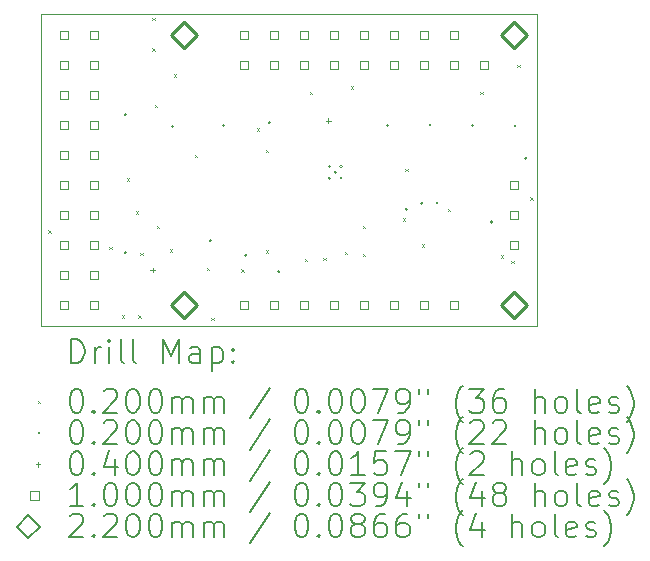
<source format=gbr>
%TF.GenerationSoftware,KiCad,Pcbnew,9.0.4*%
%TF.CreationDate,2025-08-20T19:30:37-04:00*%
%TF.ProjectId,tac5212_audio_board_single_ended,74616335-3231-4325-9f61-7564696f5f62,rev?*%
%TF.SameCoordinates,Original*%
%TF.FileFunction,Drillmap*%
%TF.FilePolarity,Positive*%
%FSLAX45Y45*%
G04 Gerber Fmt 4.5, Leading zero omitted, Abs format (unit mm)*
G04 Created by KiCad (PCBNEW 9.0.4) date 2025-08-20 19:30:37*
%MOMM*%
%LPD*%
G01*
G04 APERTURE LIST*
%ADD10C,0.050000*%
%ADD11C,0.200000*%
%ADD12C,0.100000*%
%ADD13C,0.220000*%
G04 APERTURE END LIST*
D10*
X-196750Y2465500D02*
X4003250Y2465500D01*
X4003250Y-180500D01*
X-196750Y-180500D01*
X-196750Y2465500D01*
D11*
D12*
X-130000Y630000D02*
X-110000Y610000D01*
X-110000Y630000D02*
X-130000Y610000D01*
X386279Y491345D02*
X406279Y471345D01*
X406279Y491345D02*
X386279Y471345D01*
X490000Y-90000D02*
X510000Y-110000D01*
X510000Y-90000D02*
X490000Y-110000D01*
X535000Y1070000D02*
X555000Y1050000D01*
X555000Y1070000D02*
X535000Y1050000D01*
X610000Y790000D02*
X630000Y770000D01*
X630000Y790000D02*
X610000Y770000D01*
X630000Y-90000D02*
X650000Y-110000D01*
X650000Y-90000D02*
X630000Y-110000D01*
X646343Y442109D02*
X666343Y422109D01*
X666343Y442109D02*
X646343Y422109D01*
X750000Y2430000D02*
X770000Y2410000D01*
X770000Y2430000D02*
X750000Y2410000D01*
X750000Y2170000D02*
X770000Y2150000D01*
X770000Y2170000D02*
X750000Y2150000D01*
X770000Y1690000D02*
X790000Y1670000D01*
X790000Y1690000D02*
X770000Y1670000D01*
X790000Y670000D02*
X810000Y650000D01*
X810000Y670000D02*
X790000Y650000D01*
X900000Y470000D02*
X920000Y450000D01*
X920000Y470000D02*
X900000Y450000D01*
X930000Y1950000D02*
X950000Y1930000D01*
X950000Y1950000D02*
X930000Y1930000D01*
X1110000Y1270000D02*
X1130000Y1250000D01*
X1130000Y1270000D02*
X1110000Y1250000D01*
X1210659Y312000D02*
X1230659Y292000D01*
X1230659Y312000D02*
X1210659Y292000D01*
X1250000Y-110000D02*
X1270000Y-130000D01*
X1270000Y-110000D02*
X1250000Y-130000D01*
X1503408Y300000D02*
X1523408Y280000D01*
X1523408Y300000D02*
X1503408Y280000D01*
X1632474Y1493734D02*
X1652474Y1473734D01*
X1652474Y1493734D02*
X1632474Y1473734D01*
X1710000Y1310000D02*
X1730000Y1290000D01*
X1730000Y1310000D02*
X1710000Y1290000D01*
X1710000Y460000D02*
X1730000Y440000D01*
X1730000Y460000D02*
X1710000Y440000D01*
X2040345Y390554D02*
X2060345Y370554D01*
X2060345Y390554D02*
X2040345Y370554D01*
X2085349Y1805033D02*
X2105349Y1785033D01*
X2105349Y1805033D02*
X2085349Y1785033D01*
X2196198Y395143D02*
X2216198Y375143D01*
X2216198Y395143D02*
X2196198Y375143D01*
X2380404Y447442D02*
X2400404Y427442D01*
X2400404Y447442D02*
X2380404Y427442D01*
X2430000Y1850000D02*
X2450000Y1830000D01*
X2450000Y1850000D02*
X2430000Y1830000D01*
X2530000Y670000D02*
X2550000Y650000D01*
X2550000Y670000D02*
X2530000Y650000D01*
X2530000Y430000D02*
X2550000Y410000D01*
X2550000Y430000D02*
X2530000Y410000D01*
X2870000Y730000D02*
X2890000Y710000D01*
X2890000Y730000D02*
X2870000Y710000D01*
X2890000Y1150000D02*
X2910000Y1130000D01*
X2910000Y1150000D02*
X2890000Y1130000D01*
X3030000Y510000D02*
X3050000Y490000D01*
X3050000Y510000D02*
X3030000Y490000D01*
X3250000Y810000D02*
X3270000Y790000D01*
X3270000Y810000D02*
X3250000Y790000D01*
X3525000Y1805000D02*
X3545000Y1785000D01*
X3545000Y1805000D02*
X3525000Y1785000D01*
X3700875Y419125D02*
X3720875Y399125D01*
X3720875Y419125D02*
X3700875Y399125D01*
X3790000Y370000D02*
X3810000Y350000D01*
X3810000Y370000D02*
X3790000Y350000D01*
X3840000Y2030000D02*
X3860000Y2010000D01*
X3860000Y2030000D02*
X3840000Y2010000D01*
X3950000Y910000D02*
X3970000Y890000D01*
X3970000Y910000D02*
X3950000Y890000D01*
X530000Y1610000D02*
G75*
G02*
X510000Y1610000I-10000J0D01*
G01*
X510000Y1610000D02*
G75*
G02*
X530000Y1610000I10000J0D01*
G01*
X530000Y440000D02*
G75*
G02*
X510000Y440000I-10000J0D01*
G01*
X510000Y440000D02*
G75*
G02*
X530000Y440000I10000J0D01*
G01*
X930000Y1510000D02*
G75*
G02*
X910000Y1510000I-10000J0D01*
G01*
X910000Y1510000D02*
G75*
G02*
X930000Y1510000I10000J0D01*
G01*
X1250000Y540000D02*
G75*
G02*
X1230000Y540000I-10000J0D01*
G01*
X1230000Y540000D02*
G75*
G02*
X1250000Y540000I10000J0D01*
G01*
X1360000Y1517500D02*
G75*
G02*
X1340000Y1517500I-10000J0D01*
G01*
X1340000Y1517500D02*
G75*
G02*
X1360000Y1517500I10000J0D01*
G01*
X1550000Y420000D02*
G75*
G02*
X1530000Y420000I-10000J0D01*
G01*
X1530000Y420000D02*
G75*
G02*
X1550000Y420000I10000J0D01*
G01*
X1750000Y1540000D02*
G75*
G02*
X1730000Y1540000I-10000J0D01*
G01*
X1730000Y1540000D02*
G75*
G02*
X1750000Y1540000I10000J0D01*
G01*
X1830000Y280000D02*
G75*
G02*
X1810000Y280000I-10000J0D01*
G01*
X1810000Y280000D02*
G75*
G02*
X1830000Y280000I10000J0D01*
G01*
X2257406Y1170946D02*
G75*
G02*
X2237406Y1170946I-10000J0D01*
G01*
X2237406Y1170946D02*
G75*
G02*
X2257406Y1170946I10000J0D01*
G01*
X2257406Y1071951D02*
G75*
G02*
X2237406Y1071951I-10000J0D01*
G01*
X2237406Y1071951D02*
G75*
G02*
X2257406Y1071951I10000J0D01*
G01*
X2306903Y1121449D02*
G75*
G02*
X2286903Y1121449I-10000J0D01*
G01*
X2286903Y1121449D02*
G75*
G02*
X2306903Y1121449I10000J0D01*
G01*
X2356401Y1170946D02*
G75*
G02*
X2336401Y1170946I-10000J0D01*
G01*
X2336401Y1170946D02*
G75*
G02*
X2356401Y1170946I10000J0D01*
G01*
X2356401Y1071951D02*
G75*
G02*
X2336401Y1071951I-10000J0D01*
G01*
X2336401Y1071951D02*
G75*
G02*
X2356401Y1071951I10000J0D01*
G01*
X2750000Y1517500D02*
G75*
G02*
X2730000Y1517500I-10000J0D01*
G01*
X2730000Y1517500D02*
G75*
G02*
X2750000Y1517500I10000J0D01*
G01*
X2910000Y810000D02*
G75*
G02*
X2890000Y810000I-10000J0D01*
G01*
X2890000Y810000D02*
G75*
G02*
X2910000Y810000I10000J0D01*
G01*
X3040000Y860000D02*
G75*
G02*
X3020000Y860000I-10000J0D01*
G01*
X3020000Y860000D02*
G75*
G02*
X3040000Y860000I10000J0D01*
G01*
X3110000Y1523750D02*
G75*
G02*
X3090000Y1523750I-10000J0D01*
G01*
X3090000Y1523750D02*
G75*
G02*
X3110000Y1523750I10000J0D01*
G01*
X3170000Y860000D02*
G75*
G02*
X3150000Y860000I-10000J0D01*
G01*
X3150000Y860000D02*
G75*
G02*
X3170000Y860000I10000J0D01*
G01*
X3470000Y1516500D02*
G75*
G02*
X3450000Y1516500I-10000J0D01*
G01*
X3450000Y1516500D02*
G75*
G02*
X3470000Y1516500I10000J0D01*
G01*
X3630000Y700000D02*
G75*
G02*
X3610000Y700000I-10000J0D01*
G01*
X3610000Y700000D02*
G75*
G02*
X3630000Y700000I10000J0D01*
G01*
X3830000Y1511750D02*
G75*
G02*
X3810000Y1511750I-10000J0D01*
G01*
X3810000Y1511750D02*
G75*
G02*
X3830000Y1511750I10000J0D01*
G01*
X3920000Y1240000D02*
G75*
G02*
X3900000Y1240000I-10000J0D01*
G01*
X3900000Y1240000D02*
G75*
G02*
X3920000Y1240000I10000J0D01*
G01*
X751468Y314000D02*
X751468Y274000D01*
X731468Y294000D02*
X771468Y294000D01*
X2240000Y1577500D02*
X2240000Y1537500D01*
X2220000Y1557500D02*
X2260000Y1557500D01*
X35106Y2250644D02*
X35106Y2321356D01*
X-35606Y2321356D01*
X-35606Y2250644D01*
X35106Y2250644D01*
X35106Y1996644D02*
X35106Y2067356D01*
X-35606Y2067356D01*
X-35606Y1996644D01*
X35106Y1996644D01*
X35106Y1742644D02*
X35106Y1813356D01*
X-35606Y1813356D01*
X-35606Y1742644D01*
X35106Y1742644D01*
X35106Y1488644D02*
X35106Y1559356D01*
X-35606Y1559356D01*
X-35606Y1488644D01*
X35106Y1488644D01*
X35106Y1234644D02*
X35106Y1305356D01*
X-35606Y1305356D01*
X-35606Y1234644D01*
X35106Y1234644D01*
X35106Y980644D02*
X35106Y1051356D01*
X-35606Y1051356D01*
X-35606Y980644D01*
X35106Y980644D01*
X35106Y726644D02*
X35106Y797356D01*
X-35606Y797356D01*
X-35606Y726644D01*
X35106Y726644D01*
X35106Y472644D02*
X35106Y543356D01*
X-35606Y543356D01*
X-35606Y472644D01*
X35106Y472644D01*
X35106Y218644D02*
X35106Y289356D01*
X-35606Y289356D01*
X-35606Y218644D01*
X35106Y218644D01*
X35106Y-35356D02*
X35106Y35356D01*
X-35606Y35356D01*
X-35606Y-35356D01*
X35106Y-35356D01*
X289106Y2250644D02*
X289106Y2321356D01*
X218394Y2321356D01*
X218394Y2250644D01*
X289106Y2250644D01*
X289106Y1996644D02*
X289106Y2067356D01*
X218394Y2067356D01*
X218394Y1996644D01*
X289106Y1996644D01*
X289106Y1742644D02*
X289106Y1813356D01*
X218394Y1813356D01*
X218394Y1742644D01*
X289106Y1742644D01*
X289106Y1488644D02*
X289106Y1559356D01*
X218394Y1559356D01*
X218394Y1488644D01*
X289106Y1488644D01*
X289106Y1234644D02*
X289106Y1305356D01*
X218394Y1305356D01*
X218394Y1234644D01*
X289106Y1234644D01*
X289106Y980644D02*
X289106Y1051356D01*
X218394Y1051356D01*
X218394Y980644D01*
X289106Y980644D01*
X289106Y726644D02*
X289106Y797356D01*
X218394Y797356D01*
X218394Y726644D01*
X289106Y726644D01*
X289106Y472644D02*
X289106Y543356D01*
X218394Y543356D01*
X218394Y472644D01*
X289106Y472644D01*
X289106Y218644D02*
X289106Y289356D01*
X218394Y289356D01*
X218394Y218644D01*
X289106Y218644D01*
X289106Y-35356D02*
X289106Y35356D01*
X218394Y35356D01*
X218394Y-35356D01*
X289106Y-35356D01*
X1560106Y2250144D02*
X1560106Y2320856D01*
X1489394Y2320856D01*
X1489394Y2250144D01*
X1560106Y2250144D01*
X1560106Y1996144D02*
X1560106Y2066856D01*
X1489394Y2066856D01*
X1489394Y1996144D01*
X1560106Y1996144D01*
X1560106Y-35856D02*
X1560106Y34856D01*
X1489394Y34856D01*
X1489394Y-35856D01*
X1560106Y-35856D01*
X1814106Y2250144D02*
X1814106Y2320856D01*
X1743394Y2320856D01*
X1743394Y2250144D01*
X1814106Y2250144D01*
X1814106Y1996144D02*
X1814106Y2066856D01*
X1743394Y2066856D01*
X1743394Y1996144D01*
X1814106Y1996144D01*
X1814106Y-35856D02*
X1814106Y34856D01*
X1743394Y34856D01*
X1743394Y-35856D01*
X1814106Y-35856D01*
X2068106Y2250144D02*
X2068106Y2320856D01*
X1997394Y2320856D01*
X1997394Y2250144D01*
X2068106Y2250144D01*
X2068106Y1996144D02*
X2068106Y2066856D01*
X1997394Y2066856D01*
X1997394Y1996144D01*
X2068106Y1996144D01*
X2068106Y-35856D02*
X2068106Y34856D01*
X1997394Y34856D01*
X1997394Y-35856D01*
X2068106Y-35856D01*
X2322106Y2250144D02*
X2322106Y2320856D01*
X2251394Y2320856D01*
X2251394Y2250144D01*
X2322106Y2250144D01*
X2322106Y1996144D02*
X2322106Y2066856D01*
X2251394Y2066856D01*
X2251394Y1996144D01*
X2322106Y1996144D01*
X2322106Y-35856D02*
X2322106Y34856D01*
X2251394Y34856D01*
X2251394Y-35856D01*
X2322106Y-35856D01*
X2576106Y2250144D02*
X2576106Y2320856D01*
X2505394Y2320856D01*
X2505394Y2250144D01*
X2576106Y2250144D01*
X2576106Y1996144D02*
X2576106Y2066856D01*
X2505394Y2066856D01*
X2505394Y1996144D01*
X2576106Y1996144D01*
X2576106Y-35856D02*
X2576106Y34856D01*
X2505394Y34856D01*
X2505394Y-35856D01*
X2576106Y-35856D01*
X2830106Y2250144D02*
X2830106Y2320856D01*
X2759394Y2320856D01*
X2759394Y2250144D01*
X2830106Y2250144D01*
X2830106Y1996144D02*
X2830106Y2066856D01*
X2759394Y2066856D01*
X2759394Y1996144D01*
X2830106Y1996144D01*
X2830106Y-35856D02*
X2830106Y34856D01*
X2759394Y34856D01*
X2759394Y-35856D01*
X2830106Y-35856D01*
X3084106Y2250144D02*
X3084106Y2320856D01*
X3013394Y2320856D01*
X3013394Y2250144D01*
X3084106Y2250144D01*
X3084106Y1996144D02*
X3084106Y2066856D01*
X3013394Y2066856D01*
X3013394Y1996144D01*
X3084106Y1996144D01*
X3084106Y-35856D02*
X3084106Y34856D01*
X3013394Y34856D01*
X3013394Y-35856D01*
X3084106Y-35856D01*
X3338106Y2250144D02*
X3338106Y2320856D01*
X3267394Y2320856D01*
X3267394Y2250144D01*
X3338106Y2250144D01*
X3338106Y1996144D02*
X3338106Y2066856D01*
X3267394Y2066856D01*
X3267394Y1996144D01*
X3338106Y1996144D01*
X3338106Y-35856D02*
X3338106Y34856D01*
X3267394Y34856D01*
X3267394Y-35856D01*
X3338106Y-35856D01*
X3590606Y1996144D02*
X3590606Y2066856D01*
X3519894Y2066856D01*
X3519894Y1996144D01*
X3590606Y1996144D01*
X3844606Y980144D02*
X3844606Y1050856D01*
X3773894Y1050856D01*
X3773894Y980144D01*
X3844606Y980144D01*
X3844606Y726144D02*
X3844606Y796856D01*
X3773894Y796856D01*
X3773894Y726144D01*
X3844606Y726144D01*
X3844606Y472144D02*
X3844606Y542856D01*
X3773894Y542856D01*
X3773894Y472144D01*
X3844606Y472144D01*
D13*
X1015250Y2175500D02*
X1125250Y2285500D01*
X1015250Y2395500D01*
X905250Y2285500D01*
X1015250Y2175500D01*
X1015250Y-110500D02*
X1125250Y-500D01*
X1015250Y109500D01*
X905250Y-500D01*
X1015250Y-110500D01*
X3809250Y2175500D02*
X3919250Y2285500D01*
X3809250Y2395500D01*
X3699250Y2285500D01*
X3809250Y2175500D01*
X3809250Y-110500D02*
X3919250Y-500D01*
X3809250Y109500D01*
X3699250Y-500D01*
X3809250Y-110500D01*
D11*
X61527Y-494484D02*
X61527Y-294484D01*
X61527Y-294484D02*
X109146Y-294484D01*
X109146Y-294484D02*
X137717Y-304008D01*
X137717Y-304008D02*
X156765Y-323055D01*
X156765Y-323055D02*
X166289Y-342103D01*
X166289Y-342103D02*
X175812Y-380198D01*
X175812Y-380198D02*
X175812Y-408769D01*
X175812Y-408769D02*
X166289Y-446865D01*
X166289Y-446865D02*
X156765Y-465912D01*
X156765Y-465912D02*
X137717Y-484960D01*
X137717Y-484960D02*
X109146Y-494484D01*
X109146Y-494484D02*
X61527Y-494484D01*
X261527Y-494484D02*
X261527Y-361150D01*
X261527Y-399246D02*
X271051Y-380198D01*
X271051Y-380198D02*
X280574Y-370674D01*
X280574Y-370674D02*
X299622Y-361150D01*
X299622Y-361150D02*
X318670Y-361150D01*
X385336Y-494484D02*
X385336Y-361150D01*
X385336Y-294484D02*
X375812Y-304008D01*
X375812Y-304008D02*
X385336Y-313531D01*
X385336Y-313531D02*
X394860Y-304008D01*
X394860Y-304008D02*
X385336Y-294484D01*
X385336Y-294484D02*
X385336Y-313531D01*
X509146Y-494484D02*
X490098Y-484960D01*
X490098Y-484960D02*
X480574Y-465912D01*
X480574Y-465912D02*
X480574Y-294484D01*
X613908Y-494484D02*
X594860Y-484960D01*
X594860Y-484960D02*
X585336Y-465912D01*
X585336Y-465912D02*
X585336Y-294484D01*
X842479Y-494484D02*
X842479Y-294484D01*
X842479Y-294484D02*
X909146Y-437341D01*
X909146Y-437341D02*
X975812Y-294484D01*
X975812Y-294484D02*
X975812Y-494484D01*
X1156765Y-494484D02*
X1156765Y-389722D01*
X1156765Y-389722D02*
X1147241Y-370674D01*
X1147241Y-370674D02*
X1128194Y-361150D01*
X1128194Y-361150D02*
X1090098Y-361150D01*
X1090098Y-361150D02*
X1071051Y-370674D01*
X1156765Y-484960D02*
X1137717Y-494484D01*
X1137717Y-494484D02*
X1090098Y-494484D01*
X1090098Y-494484D02*
X1071051Y-484960D01*
X1071051Y-484960D02*
X1061527Y-465912D01*
X1061527Y-465912D02*
X1061527Y-446865D01*
X1061527Y-446865D02*
X1071051Y-427817D01*
X1071051Y-427817D02*
X1090098Y-418293D01*
X1090098Y-418293D02*
X1137717Y-418293D01*
X1137717Y-418293D02*
X1156765Y-408769D01*
X1252003Y-361150D02*
X1252003Y-561150D01*
X1252003Y-370674D02*
X1271051Y-361150D01*
X1271051Y-361150D02*
X1309146Y-361150D01*
X1309146Y-361150D02*
X1328194Y-370674D01*
X1328194Y-370674D02*
X1337717Y-380198D01*
X1337717Y-380198D02*
X1347241Y-399246D01*
X1347241Y-399246D02*
X1347241Y-456388D01*
X1347241Y-456388D02*
X1337717Y-475436D01*
X1337717Y-475436D02*
X1328194Y-484960D01*
X1328194Y-484960D02*
X1309146Y-494484D01*
X1309146Y-494484D02*
X1271051Y-494484D01*
X1271051Y-494484D02*
X1252003Y-484960D01*
X1432955Y-475436D02*
X1442479Y-484960D01*
X1442479Y-484960D02*
X1432955Y-494484D01*
X1432955Y-494484D02*
X1423432Y-484960D01*
X1423432Y-484960D02*
X1432955Y-475436D01*
X1432955Y-475436D02*
X1432955Y-494484D01*
X1432955Y-370674D02*
X1442479Y-380198D01*
X1442479Y-380198D02*
X1432955Y-389722D01*
X1432955Y-389722D02*
X1423432Y-380198D01*
X1423432Y-380198D02*
X1432955Y-370674D01*
X1432955Y-370674D02*
X1432955Y-389722D01*
D12*
X-219250Y-813000D02*
X-199250Y-833000D01*
X-199250Y-813000D02*
X-219250Y-833000D01*
D11*
X99622Y-714484D02*
X118670Y-714484D01*
X118670Y-714484D02*
X137717Y-724008D01*
X137717Y-724008D02*
X147241Y-733531D01*
X147241Y-733531D02*
X156765Y-752579D01*
X156765Y-752579D02*
X166289Y-790674D01*
X166289Y-790674D02*
X166289Y-838293D01*
X166289Y-838293D02*
X156765Y-876388D01*
X156765Y-876388D02*
X147241Y-895436D01*
X147241Y-895436D02*
X137717Y-904960D01*
X137717Y-904960D02*
X118670Y-914484D01*
X118670Y-914484D02*
X99622Y-914484D01*
X99622Y-914484D02*
X80574Y-904960D01*
X80574Y-904960D02*
X71051Y-895436D01*
X71051Y-895436D02*
X61527Y-876388D01*
X61527Y-876388D02*
X52003Y-838293D01*
X52003Y-838293D02*
X52003Y-790674D01*
X52003Y-790674D02*
X61527Y-752579D01*
X61527Y-752579D02*
X71051Y-733531D01*
X71051Y-733531D02*
X80574Y-724008D01*
X80574Y-724008D02*
X99622Y-714484D01*
X252003Y-895436D02*
X261527Y-904960D01*
X261527Y-904960D02*
X252003Y-914484D01*
X252003Y-914484D02*
X242479Y-904960D01*
X242479Y-904960D02*
X252003Y-895436D01*
X252003Y-895436D02*
X252003Y-914484D01*
X337717Y-733531D02*
X347241Y-724008D01*
X347241Y-724008D02*
X366289Y-714484D01*
X366289Y-714484D02*
X413908Y-714484D01*
X413908Y-714484D02*
X432955Y-724008D01*
X432955Y-724008D02*
X442479Y-733531D01*
X442479Y-733531D02*
X452003Y-752579D01*
X452003Y-752579D02*
X452003Y-771627D01*
X452003Y-771627D02*
X442479Y-800198D01*
X442479Y-800198D02*
X328194Y-914484D01*
X328194Y-914484D02*
X452003Y-914484D01*
X575813Y-714484D02*
X594860Y-714484D01*
X594860Y-714484D02*
X613908Y-724008D01*
X613908Y-724008D02*
X623432Y-733531D01*
X623432Y-733531D02*
X632955Y-752579D01*
X632955Y-752579D02*
X642479Y-790674D01*
X642479Y-790674D02*
X642479Y-838293D01*
X642479Y-838293D02*
X632955Y-876388D01*
X632955Y-876388D02*
X623432Y-895436D01*
X623432Y-895436D02*
X613908Y-904960D01*
X613908Y-904960D02*
X594860Y-914484D01*
X594860Y-914484D02*
X575813Y-914484D01*
X575813Y-914484D02*
X556765Y-904960D01*
X556765Y-904960D02*
X547241Y-895436D01*
X547241Y-895436D02*
X537717Y-876388D01*
X537717Y-876388D02*
X528194Y-838293D01*
X528194Y-838293D02*
X528194Y-790674D01*
X528194Y-790674D02*
X537717Y-752579D01*
X537717Y-752579D02*
X547241Y-733531D01*
X547241Y-733531D02*
X556765Y-724008D01*
X556765Y-724008D02*
X575813Y-714484D01*
X766289Y-714484D02*
X785336Y-714484D01*
X785336Y-714484D02*
X804384Y-724008D01*
X804384Y-724008D02*
X813908Y-733531D01*
X813908Y-733531D02*
X823432Y-752579D01*
X823432Y-752579D02*
X832955Y-790674D01*
X832955Y-790674D02*
X832955Y-838293D01*
X832955Y-838293D02*
X823432Y-876388D01*
X823432Y-876388D02*
X813908Y-895436D01*
X813908Y-895436D02*
X804384Y-904960D01*
X804384Y-904960D02*
X785336Y-914484D01*
X785336Y-914484D02*
X766289Y-914484D01*
X766289Y-914484D02*
X747241Y-904960D01*
X747241Y-904960D02*
X737717Y-895436D01*
X737717Y-895436D02*
X728193Y-876388D01*
X728193Y-876388D02*
X718670Y-838293D01*
X718670Y-838293D02*
X718670Y-790674D01*
X718670Y-790674D02*
X728193Y-752579D01*
X728193Y-752579D02*
X737717Y-733531D01*
X737717Y-733531D02*
X747241Y-724008D01*
X747241Y-724008D02*
X766289Y-714484D01*
X918670Y-914484D02*
X918670Y-781150D01*
X918670Y-800198D02*
X928193Y-790674D01*
X928193Y-790674D02*
X947241Y-781150D01*
X947241Y-781150D02*
X975813Y-781150D01*
X975813Y-781150D02*
X994860Y-790674D01*
X994860Y-790674D02*
X1004384Y-809722D01*
X1004384Y-809722D02*
X1004384Y-914484D01*
X1004384Y-809722D02*
X1013908Y-790674D01*
X1013908Y-790674D02*
X1032955Y-781150D01*
X1032955Y-781150D02*
X1061527Y-781150D01*
X1061527Y-781150D02*
X1080575Y-790674D01*
X1080575Y-790674D02*
X1090098Y-809722D01*
X1090098Y-809722D02*
X1090098Y-914484D01*
X1185336Y-914484D02*
X1185336Y-781150D01*
X1185336Y-800198D02*
X1194860Y-790674D01*
X1194860Y-790674D02*
X1213908Y-781150D01*
X1213908Y-781150D02*
X1242479Y-781150D01*
X1242479Y-781150D02*
X1261527Y-790674D01*
X1261527Y-790674D02*
X1271051Y-809722D01*
X1271051Y-809722D02*
X1271051Y-914484D01*
X1271051Y-809722D02*
X1280575Y-790674D01*
X1280575Y-790674D02*
X1299622Y-781150D01*
X1299622Y-781150D02*
X1328194Y-781150D01*
X1328194Y-781150D02*
X1347241Y-790674D01*
X1347241Y-790674D02*
X1356765Y-809722D01*
X1356765Y-809722D02*
X1356765Y-914484D01*
X1747241Y-704960D02*
X1575813Y-962103D01*
X2004384Y-714484D02*
X2023432Y-714484D01*
X2023432Y-714484D02*
X2042479Y-724008D01*
X2042479Y-724008D02*
X2052003Y-733531D01*
X2052003Y-733531D02*
X2061527Y-752579D01*
X2061527Y-752579D02*
X2071051Y-790674D01*
X2071051Y-790674D02*
X2071051Y-838293D01*
X2071051Y-838293D02*
X2061527Y-876388D01*
X2061527Y-876388D02*
X2052003Y-895436D01*
X2052003Y-895436D02*
X2042479Y-904960D01*
X2042479Y-904960D02*
X2023432Y-914484D01*
X2023432Y-914484D02*
X2004384Y-914484D01*
X2004384Y-914484D02*
X1985336Y-904960D01*
X1985336Y-904960D02*
X1975813Y-895436D01*
X1975813Y-895436D02*
X1966289Y-876388D01*
X1966289Y-876388D02*
X1956765Y-838293D01*
X1956765Y-838293D02*
X1956765Y-790674D01*
X1956765Y-790674D02*
X1966289Y-752579D01*
X1966289Y-752579D02*
X1975813Y-733531D01*
X1975813Y-733531D02*
X1985336Y-724008D01*
X1985336Y-724008D02*
X2004384Y-714484D01*
X2156765Y-895436D02*
X2166289Y-904960D01*
X2166289Y-904960D02*
X2156765Y-914484D01*
X2156765Y-914484D02*
X2147241Y-904960D01*
X2147241Y-904960D02*
X2156765Y-895436D01*
X2156765Y-895436D02*
X2156765Y-914484D01*
X2290098Y-714484D02*
X2309146Y-714484D01*
X2309146Y-714484D02*
X2328194Y-724008D01*
X2328194Y-724008D02*
X2337718Y-733531D01*
X2337718Y-733531D02*
X2347241Y-752579D01*
X2347241Y-752579D02*
X2356765Y-790674D01*
X2356765Y-790674D02*
X2356765Y-838293D01*
X2356765Y-838293D02*
X2347241Y-876388D01*
X2347241Y-876388D02*
X2337718Y-895436D01*
X2337718Y-895436D02*
X2328194Y-904960D01*
X2328194Y-904960D02*
X2309146Y-914484D01*
X2309146Y-914484D02*
X2290098Y-914484D01*
X2290098Y-914484D02*
X2271051Y-904960D01*
X2271051Y-904960D02*
X2261527Y-895436D01*
X2261527Y-895436D02*
X2252003Y-876388D01*
X2252003Y-876388D02*
X2242479Y-838293D01*
X2242479Y-838293D02*
X2242479Y-790674D01*
X2242479Y-790674D02*
X2252003Y-752579D01*
X2252003Y-752579D02*
X2261527Y-733531D01*
X2261527Y-733531D02*
X2271051Y-724008D01*
X2271051Y-724008D02*
X2290098Y-714484D01*
X2480575Y-714484D02*
X2499622Y-714484D01*
X2499622Y-714484D02*
X2518670Y-724008D01*
X2518670Y-724008D02*
X2528194Y-733531D01*
X2528194Y-733531D02*
X2537718Y-752579D01*
X2537718Y-752579D02*
X2547241Y-790674D01*
X2547241Y-790674D02*
X2547241Y-838293D01*
X2547241Y-838293D02*
X2537718Y-876388D01*
X2537718Y-876388D02*
X2528194Y-895436D01*
X2528194Y-895436D02*
X2518670Y-904960D01*
X2518670Y-904960D02*
X2499622Y-914484D01*
X2499622Y-914484D02*
X2480575Y-914484D01*
X2480575Y-914484D02*
X2461527Y-904960D01*
X2461527Y-904960D02*
X2452003Y-895436D01*
X2452003Y-895436D02*
X2442479Y-876388D01*
X2442479Y-876388D02*
X2432956Y-838293D01*
X2432956Y-838293D02*
X2432956Y-790674D01*
X2432956Y-790674D02*
X2442479Y-752579D01*
X2442479Y-752579D02*
X2452003Y-733531D01*
X2452003Y-733531D02*
X2461527Y-724008D01*
X2461527Y-724008D02*
X2480575Y-714484D01*
X2613908Y-714484D02*
X2747241Y-714484D01*
X2747241Y-714484D02*
X2661527Y-914484D01*
X2832956Y-914484D02*
X2871051Y-914484D01*
X2871051Y-914484D02*
X2890098Y-904960D01*
X2890098Y-904960D02*
X2899622Y-895436D01*
X2899622Y-895436D02*
X2918670Y-866865D01*
X2918670Y-866865D02*
X2928194Y-828769D01*
X2928194Y-828769D02*
X2928194Y-752579D01*
X2928194Y-752579D02*
X2918670Y-733531D01*
X2918670Y-733531D02*
X2909146Y-724008D01*
X2909146Y-724008D02*
X2890098Y-714484D01*
X2890098Y-714484D02*
X2852003Y-714484D01*
X2852003Y-714484D02*
X2832956Y-724008D01*
X2832956Y-724008D02*
X2823432Y-733531D01*
X2823432Y-733531D02*
X2813908Y-752579D01*
X2813908Y-752579D02*
X2813908Y-800198D01*
X2813908Y-800198D02*
X2823432Y-819246D01*
X2823432Y-819246D02*
X2832956Y-828769D01*
X2832956Y-828769D02*
X2852003Y-838293D01*
X2852003Y-838293D02*
X2890098Y-838293D01*
X2890098Y-838293D02*
X2909146Y-828769D01*
X2909146Y-828769D02*
X2918670Y-819246D01*
X2918670Y-819246D02*
X2928194Y-800198D01*
X3004384Y-714484D02*
X3004384Y-752579D01*
X3080575Y-714484D02*
X3080575Y-752579D01*
X3375813Y-990674D02*
X3366289Y-981150D01*
X3366289Y-981150D02*
X3347241Y-952579D01*
X3347241Y-952579D02*
X3337718Y-933531D01*
X3337718Y-933531D02*
X3328194Y-904960D01*
X3328194Y-904960D02*
X3318670Y-857341D01*
X3318670Y-857341D02*
X3318670Y-819246D01*
X3318670Y-819246D02*
X3328194Y-771627D01*
X3328194Y-771627D02*
X3337718Y-743055D01*
X3337718Y-743055D02*
X3347241Y-724008D01*
X3347241Y-724008D02*
X3366289Y-695436D01*
X3366289Y-695436D02*
X3375813Y-685912D01*
X3432956Y-714484D02*
X3556765Y-714484D01*
X3556765Y-714484D02*
X3490098Y-790674D01*
X3490098Y-790674D02*
X3518670Y-790674D01*
X3518670Y-790674D02*
X3537718Y-800198D01*
X3537718Y-800198D02*
X3547241Y-809722D01*
X3547241Y-809722D02*
X3556765Y-828769D01*
X3556765Y-828769D02*
X3556765Y-876388D01*
X3556765Y-876388D02*
X3547241Y-895436D01*
X3547241Y-895436D02*
X3537718Y-904960D01*
X3537718Y-904960D02*
X3518670Y-914484D01*
X3518670Y-914484D02*
X3461527Y-914484D01*
X3461527Y-914484D02*
X3442479Y-904960D01*
X3442479Y-904960D02*
X3432956Y-895436D01*
X3728194Y-714484D02*
X3690098Y-714484D01*
X3690098Y-714484D02*
X3671051Y-724008D01*
X3671051Y-724008D02*
X3661527Y-733531D01*
X3661527Y-733531D02*
X3642479Y-762103D01*
X3642479Y-762103D02*
X3632956Y-800198D01*
X3632956Y-800198D02*
X3632956Y-876388D01*
X3632956Y-876388D02*
X3642479Y-895436D01*
X3642479Y-895436D02*
X3652003Y-904960D01*
X3652003Y-904960D02*
X3671051Y-914484D01*
X3671051Y-914484D02*
X3709146Y-914484D01*
X3709146Y-914484D02*
X3728194Y-904960D01*
X3728194Y-904960D02*
X3737718Y-895436D01*
X3737718Y-895436D02*
X3747241Y-876388D01*
X3747241Y-876388D02*
X3747241Y-828769D01*
X3747241Y-828769D02*
X3737718Y-809722D01*
X3737718Y-809722D02*
X3728194Y-800198D01*
X3728194Y-800198D02*
X3709146Y-790674D01*
X3709146Y-790674D02*
X3671051Y-790674D01*
X3671051Y-790674D02*
X3652003Y-800198D01*
X3652003Y-800198D02*
X3642479Y-809722D01*
X3642479Y-809722D02*
X3632956Y-828769D01*
X3985337Y-914484D02*
X3985337Y-714484D01*
X4071051Y-914484D02*
X4071051Y-809722D01*
X4071051Y-809722D02*
X4061527Y-790674D01*
X4061527Y-790674D02*
X4042480Y-781150D01*
X4042480Y-781150D02*
X4013908Y-781150D01*
X4013908Y-781150D02*
X3994860Y-790674D01*
X3994860Y-790674D02*
X3985337Y-800198D01*
X4194861Y-914484D02*
X4175813Y-904960D01*
X4175813Y-904960D02*
X4166289Y-895436D01*
X4166289Y-895436D02*
X4156765Y-876388D01*
X4156765Y-876388D02*
X4156765Y-819246D01*
X4156765Y-819246D02*
X4166289Y-800198D01*
X4166289Y-800198D02*
X4175813Y-790674D01*
X4175813Y-790674D02*
X4194861Y-781150D01*
X4194861Y-781150D02*
X4223432Y-781150D01*
X4223432Y-781150D02*
X4242480Y-790674D01*
X4242480Y-790674D02*
X4252003Y-800198D01*
X4252003Y-800198D02*
X4261527Y-819246D01*
X4261527Y-819246D02*
X4261527Y-876388D01*
X4261527Y-876388D02*
X4252003Y-895436D01*
X4252003Y-895436D02*
X4242480Y-904960D01*
X4242480Y-904960D02*
X4223432Y-914484D01*
X4223432Y-914484D02*
X4194861Y-914484D01*
X4375813Y-914484D02*
X4356765Y-904960D01*
X4356765Y-904960D02*
X4347242Y-885912D01*
X4347242Y-885912D02*
X4347242Y-714484D01*
X4528194Y-904960D02*
X4509146Y-914484D01*
X4509146Y-914484D02*
X4471051Y-914484D01*
X4471051Y-914484D02*
X4452003Y-904960D01*
X4452003Y-904960D02*
X4442480Y-885912D01*
X4442480Y-885912D02*
X4442480Y-809722D01*
X4442480Y-809722D02*
X4452003Y-790674D01*
X4452003Y-790674D02*
X4471051Y-781150D01*
X4471051Y-781150D02*
X4509146Y-781150D01*
X4509146Y-781150D02*
X4528194Y-790674D01*
X4528194Y-790674D02*
X4537718Y-809722D01*
X4537718Y-809722D02*
X4537718Y-828769D01*
X4537718Y-828769D02*
X4442480Y-847817D01*
X4613908Y-904960D02*
X4632956Y-914484D01*
X4632956Y-914484D02*
X4671051Y-914484D01*
X4671051Y-914484D02*
X4690099Y-904960D01*
X4690099Y-904960D02*
X4699623Y-885912D01*
X4699623Y-885912D02*
X4699623Y-876388D01*
X4699623Y-876388D02*
X4690099Y-857341D01*
X4690099Y-857341D02*
X4671051Y-847817D01*
X4671051Y-847817D02*
X4642480Y-847817D01*
X4642480Y-847817D02*
X4623432Y-838293D01*
X4623432Y-838293D02*
X4613908Y-819246D01*
X4613908Y-819246D02*
X4613908Y-809722D01*
X4613908Y-809722D02*
X4623432Y-790674D01*
X4623432Y-790674D02*
X4642480Y-781150D01*
X4642480Y-781150D02*
X4671051Y-781150D01*
X4671051Y-781150D02*
X4690099Y-790674D01*
X4766289Y-990674D02*
X4775813Y-981150D01*
X4775813Y-981150D02*
X4794861Y-952579D01*
X4794861Y-952579D02*
X4804384Y-933531D01*
X4804384Y-933531D02*
X4813908Y-904960D01*
X4813908Y-904960D02*
X4823432Y-857341D01*
X4823432Y-857341D02*
X4823432Y-819246D01*
X4823432Y-819246D02*
X4813908Y-771627D01*
X4813908Y-771627D02*
X4804384Y-743055D01*
X4804384Y-743055D02*
X4794861Y-724008D01*
X4794861Y-724008D02*
X4775813Y-695436D01*
X4775813Y-695436D02*
X4766289Y-685912D01*
D12*
X-199250Y-1087000D02*
G75*
G02*
X-219250Y-1087000I-10000J0D01*
G01*
X-219250Y-1087000D02*
G75*
G02*
X-199250Y-1087000I10000J0D01*
G01*
D11*
X99622Y-978484D02*
X118670Y-978484D01*
X118670Y-978484D02*
X137717Y-988008D01*
X137717Y-988008D02*
X147241Y-997531D01*
X147241Y-997531D02*
X156765Y-1016579D01*
X156765Y-1016579D02*
X166289Y-1054674D01*
X166289Y-1054674D02*
X166289Y-1102293D01*
X166289Y-1102293D02*
X156765Y-1140389D01*
X156765Y-1140389D02*
X147241Y-1159436D01*
X147241Y-1159436D02*
X137717Y-1168960D01*
X137717Y-1168960D02*
X118670Y-1178484D01*
X118670Y-1178484D02*
X99622Y-1178484D01*
X99622Y-1178484D02*
X80574Y-1168960D01*
X80574Y-1168960D02*
X71051Y-1159436D01*
X71051Y-1159436D02*
X61527Y-1140389D01*
X61527Y-1140389D02*
X52003Y-1102293D01*
X52003Y-1102293D02*
X52003Y-1054674D01*
X52003Y-1054674D02*
X61527Y-1016579D01*
X61527Y-1016579D02*
X71051Y-997531D01*
X71051Y-997531D02*
X80574Y-988008D01*
X80574Y-988008D02*
X99622Y-978484D01*
X252003Y-1159436D02*
X261527Y-1168960D01*
X261527Y-1168960D02*
X252003Y-1178484D01*
X252003Y-1178484D02*
X242479Y-1168960D01*
X242479Y-1168960D02*
X252003Y-1159436D01*
X252003Y-1159436D02*
X252003Y-1178484D01*
X337717Y-997531D02*
X347241Y-988008D01*
X347241Y-988008D02*
X366289Y-978484D01*
X366289Y-978484D02*
X413908Y-978484D01*
X413908Y-978484D02*
X432955Y-988008D01*
X432955Y-988008D02*
X442479Y-997531D01*
X442479Y-997531D02*
X452003Y-1016579D01*
X452003Y-1016579D02*
X452003Y-1035627D01*
X452003Y-1035627D02*
X442479Y-1064198D01*
X442479Y-1064198D02*
X328194Y-1178484D01*
X328194Y-1178484D02*
X452003Y-1178484D01*
X575813Y-978484D02*
X594860Y-978484D01*
X594860Y-978484D02*
X613908Y-988008D01*
X613908Y-988008D02*
X623432Y-997531D01*
X623432Y-997531D02*
X632955Y-1016579D01*
X632955Y-1016579D02*
X642479Y-1054674D01*
X642479Y-1054674D02*
X642479Y-1102293D01*
X642479Y-1102293D02*
X632955Y-1140389D01*
X632955Y-1140389D02*
X623432Y-1159436D01*
X623432Y-1159436D02*
X613908Y-1168960D01*
X613908Y-1168960D02*
X594860Y-1178484D01*
X594860Y-1178484D02*
X575813Y-1178484D01*
X575813Y-1178484D02*
X556765Y-1168960D01*
X556765Y-1168960D02*
X547241Y-1159436D01*
X547241Y-1159436D02*
X537717Y-1140389D01*
X537717Y-1140389D02*
X528194Y-1102293D01*
X528194Y-1102293D02*
X528194Y-1054674D01*
X528194Y-1054674D02*
X537717Y-1016579D01*
X537717Y-1016579D02*
X547241Y-997531D01*
X547241Y-997531D02*
X556765Y-988008D01*
X556765Y-988008D02*
X575813Y-978484D01*
X766289Y-978484D02*
X785336Y-978484D01*
X785336Y-978484D02*
X804384Y-988008D01*
X804384Y-988008D02*
X813908Y-997531D01*
X813908Y-997531D02*
X823432Y-1016579D01*
X823432Y-1016579D02*
X832955Y-1054674D01*
X832955Y-1054674D02*
X832955Y-1102293D01*
X832955Y-1102293D02*
X823432Y-1140389D01*
X823432Y-1140389D02*
X813908Y-1159436D01*
X813908Y-1159436D02*
X804384Y-1168960D01*
X804384Y-1168960D02*
X785336Y-1178484D01*
X785336Y-1178484D02*
X766289Y-1178484D01*
X766289Y-1178484D02*
X747241Y-1168960D01*
X747241Y-1168960D02*
X737717Y-1159436D01*
X737717Y-1159436D02*
X728193Y-1140389D01*
X728193Y-1140389D02*
X718670Y-1102293D01*
X718670Y-1102293D02*
X718670Y-1054674D01*
X718670Y-1054674D02*
X728193Y-1016579D01*
X728193Y-1016579D02*
X737717Y-997531D01*
X737717Y-997531D02*
X747241Y-988008D01*
X747241Y-988008D02*
X766289Y-978484D01*
X918670Y-1178484D02*
X918670Y-1045150D01*
X918670Y-1064198D02*
X928193Y-1054674D01*
X928193Y-1054674D02*
X947241Y-1045150D01*
X947241Y-1045150D02*
X975813Y-1045150D01*
X975813Y-1045150D02*
X994860Y-1054674D01*
X994860Y-1054674D02*
X1004384Y-1073722D01*
X1004384Y-1073722D02*
X1004384Y-1178484D01*
X1004384Y-1073722D02*
X1013908Y-1054674D01*
X1013908Y-1054674D02*
X1032955Y-1045150D01*
X1032955Y-1045150D02*
X1061527Y-1045150D01*
X1061527Y-1045150D02*
X1080575Y-1054674D01*
X1080575Y-1054674D02*
X1090098Y-1073722D01*
X1090098Y-1073722D02*
X1090098Y-1178484D01*
X1185336Y-1178484D02*
X1185336Y-1045150D01*
X1185336Y-1064198D02*
X1194860Y-1054674D01*
X1194860Y-1054674D02*
X1213908Y-1045150D01*
X1213908Y-1045150D02*
X1242479Y-1045150D01*
X1242479Y-1045150D02*
X1261527Y-1054674D01*
X1261527Y-1054674D02*
X1271051Y-1073722D01*
X1271051Y-1073722D02*
X1271051Y-1178484D01*
X1271051Y-1073722D02*
X1280575Y-1054674D01*
X1280575Y-1054674D02*
X1299622Y-1045150D01*
X1299622Y-1045150D02*
X1328194Y-1045150D01*
X1328194Y-1045150D02*
X1347241Y-1054674D01*
X1347241Y-1054674D02*
X1356765Y-1073722D01*
X1356765Y-1073722D02*
X1356765Y-1178484D01*
X1747241Y-968960D02*
X1575813Y-1226103D01*
X2004384Y-978484D02*
X2023432Y-978484D01*
X2023432Y-978484D02*
X2042479Y-988008D01*
X2042479Y-988008D02*
X2052003Y-997531D01*
X2052003Y-997531D02*
X2061527Y-1016579D01*
X2061527Y-1016579D02*
X2071051Y-1054674D01*
X2071051Y-1054674D02*
X2071051Y-1102293D01*
X2071051Y-1102293D02*
X2061527Y-1140389D01*
X2061527Y-1140389D02*
X2052003Y-1159436D01*
X2052003Y-1159436D02*
X2042479Y-1168960D01*
X2042479Y-1168960D02*
X2023432Y-1178484D01*
X2023432Y-1178484D02*
X2004384Y-1178484D01*
X2004384Y-1178484D02*
X1985336Y-1168960D01*
X1985336Y-1168960D02*
X1975813Y-1159436D01*
X1975813Y-1159436D02*
X1966289Y-1140389D01*
X1966289Y-1140389D02*
X1956765Y-1102293D01*
X1956765Y-1102293D02*
X1956765Y-1054674D01*
X1956765Y-1054674D02*
X1966289Y-1016579D01*
X1966289Y-1016579D02*
X1975813Y-997531D01*
X1975813Y-997531D02*
X1985336Y-988008D01*
X1985336Y-988008D02*
X2004384Y-978484D01*
X2156765Y-1159436D02*
X2166289Y-1168960D01*
X2166289Y-1168960D02*
X2156765Y-1178484D01*
X2156765Y-1178484D02*
X2147241Y-1168960D01*
X2147241Y-1168960D02*
X2156765Y-1159436D01*
X2156765Y-1159436D02*
X2156765Y-1178484D01*
X2290098Y-978484D02*
X2309146Y-978484D01*
X2309146Y-978484D02*
X2328194Y-988008D01*
X2328194Y-988008D02*
X2337718Y-997531D01*
X2337718Y-997531D02*
X2347241Y-1016579D01*
X2347241Y-1016579D02*
X2356765Y-1054674D01*
X2356765Y-1054674D02*
X2356765Y-1102293D01*
X2356765Y-1102293D02*
X2347241Y-1140389D01*
X2347241Y-1140389D02*
X2337718Y-1159436D01*
X2337718Y-1159436D02*
X2328194Y-1168960D01*
X2328194Y-1168960D02*
X2309146Y-1178484D01*
X2309146Y-1178484D02*
X2290098Y-1178484D01*
X2290098Y-1178484D02*
X2271051Y-1168960D01*
X2271051Y-1168960D02*
X2261527Y-1159436D01*
X2261527Y-1159436D02*
X2252003Y-1140389D01*
X2252003Y-1140389D02*
X2242479Y-1102293D01*
X2242479Y-1102293D02*
X2242479Y-1054674D01*
X2242479Y-1054674D02*
X2252003Y-1016579D01*
X2252003Y-1016579D02*
X2261527Y-997531D01*
X2261527Y-997531D02*
X2271051Y-988008D01*
X2271051Y-988008D02*
X2290098Y-978484D01*
X2480575Y-978484D02*
X2499622Y-978484D01*
X2499622Y-978484D02*
X2518670Y-988008D01*
X2518670Y-988008D02*
X2528194Y-997531D01*
X2528194Y-997531D02*
X2537718Y-1016579D01*
X2537718Y-1016579D02*
X2547241Y-1054674D01*
X2547241Y-1054674D02*
X2547241Y-1102293D01*
X2547241Y-1102293D02*
X2537718Y-1140389D01*
X2537718Y-1140389D02*
X2528194Y-1159436D01*
X2528194Y-1159436D02*
X2518670Y-1168960D01*
X2518670Y-1168960D02*
X2499622Y-1178484D01*
X2499622Y-1178484D02*
X2480575Y-1178484D01*
X2480575Y-1178484D02*
X2461527Y-1168960D01*
X2461527Y-1168960D02*
X2452003Y-1159436D01*
X2452003Y-1159436D02*
X2442479Y-1140389D01*
X2442479Y-1140389D02*
X2432956Y-1102293D01*
X2432956Y-1102293D02*
X2432956Y-1054674D01*
X2432956Y-1054674D02*
X2442479Y-1016579D01*
X2442479Y-1016579D02*
X2452003Y-997531D01*
X2452003Y-997531D02*
X2461527Y-988008D01*
X2461527Y-988008D02*
X2480575Y-978484D01*
X2613908Y-978484D02*
X2747241Y-978484D01*
X2747241Y-978484D02*
X2661527Y-1178484D01*
X2832956Y-1178484D02*
X2871051Y-1178484D01*
X2871051Y-1178484D02*
X2890098Y-1168960D01*
X2890098Y-1168960D02*
X2899622Y-1159436D01*
X2899622Y-1159436D02*
X2918670Y-1130865D01*
X2918670Y-1130865D02*
X2928194Y-1092770D01*
X2928194Y-1092770D02*
X2928194Y-1016579D01*
X2928194Y-1016579D02*
X2918670Y-997531D01*
X2918670Y-997531D02*
X2909146Y-988008D01*
X2909146Y-988008D02*
X2890098Y-978484D01*
X2890098Y-978484D02*
X2852003Y-978484D01*
X2852003Y-978484D02*
X2832956Y-988008D01*
X2832956Y-988008D02*
X2823432Y-997531D01*
X2823432Y-997531D02*
X2813908Y-1016579D01*
X2813908Y-1016579D02*
X2813908Y-1064198D01*
X2813908Y-1064198D02*
X2823432Y-1083246D01*
X2823432Y-1083246D02*
X2832956Y-1092770D01*
X2832956Y-1092770D02*
X2852003Y-1102293D01*
X2852003Y-1102293D02*
X2890098Y-1102293D01*
X2890098Y-1102293D02*
X2909146Y-1092770D01*
X2909146Y-1092770D02*
X2918670Y-1083246D01*
X2918670Y-1083246D02*
X2928194Y-1064198D01*
X3004384Y-978484D02*
X3004384Y-1016579D01*
X3080575Y-978484D02*
X3080575Y-1016579D01*
X3375813Y-1254674D02*
X3366289Y-1245150D01*
X3366289Y-1245150D02*
X3347241Y-1216579D01*
X3347241Y-1216579D02*
X3337718Y-1197531D01*
X3337718Y-1197531D02*
X3328194Y-1168960D01*
X3328194Y-1168960D02*
X3318670Y-1121341D01*
X3318670Y-1121341D02*
X3318670Y-1083246D01*
X3318670Y-1083246D02*
X3328194Y-1035627D01*
X3328194Y-1035627D02*
X3337718Y-1007055D01*
X3337718Y-1007055D02*
X3347241Y-988008D01*
X3347241Y-988008D02*
X3366289Y-959436D01*
X3366289Y-959436D02*
X3375813Y-949912D01*
X3442479Y-997531D02*
X3452003Y-988008D01*
X3452003Y-988008D02*
X3471051Y-978484D01*
X3471051Y-978484D02*
X3518670Y-978484D01*
X3518670Y-978484D02*
X3537718Y-988008D01*
X3537718Y-988008D02*
X3547241Y-997531D01*
X3547241Y-997531D02*
X3556765Y-1016579D01*
X3556765Y-1016579D02*
X3556765Y-1035627D01*
X3556765Y-1035627D02*
X3547241Y-1064198D01*
X3547241Y-1064198D02*
X3432956Y-1178484D01*
X3432956Y-1178484D02*
X3556765Y-1178484D01*
X3632956Y-997531D02*
X3642479Y-988008D01*
X3642479Y-988008D02*
X3661527Y-978484D01*
X3661527Y-978484D02*
X3709146Y-978484D01*
X3709146Y-978484D02*
X3728194Y-988008D01*
X3728194Y-988008D02*
X3737718Y-997531D01*
X3737718Y-997531D02*
X3747241Y-1016579D01*
X3747241Y-1016579D02*
X3747241Y-1035627D01*
X3747241Y-1035627D02*
X3737718Y-1064198D01*
X3737718Y-1064198D02*
X3623432Y-1178484D01*
X3623432Y-1178484D02*
X3747241Y-1178484D01*
X3985337Y-1178484D02*
X3985337Y-978484D01*
X4071051Y-1178484D02*
X4071051Y-1073722D01*
X4071051Y-1073722D02*
X4061527Y-1054674D01*
X4061527Y-1054674D02*
X4042480Y-1045150D01*
X4042480Y-1045150D02*
X4013908Y-1045150D01*
X4013908Y-1045150D02*
X3994860Y-1054674D01*
X3994860Y-1054674D02*
X3985337Y-1064198D01*
X4194861Y-1178484D02*
X4175813Y-1168960D01*
X4175813Y-1168960D02*
X4166289Y-1159436D01*
X4166289Y-1159436D02*
X4156765Y-1140389D01*
X4156765Y-1140389D02*
X4156765Y-1083246D01*
X4156765Y-1083246D02*
X4166289Y-1064198D01*
X4166289Y-1064198D02*
X4175813Y-1054674D01*
X4175813Y-1054674D02*
X4194861Y-1045150D01*
X4194861Y-1045150D02*
X4223432Y-1045150D01*
X4223432Y-1045150D02*
X4242480Y-1054674D01*
X4242480Y-1054674D02*
X4252003Y-1064198D01*
X4252003Y-1064198D02*
X4261527Y-1083246D01*
X4261527Y-1083246D02*
X4261527Y-1140389D01*
X4261527Y-1140389D02*
X4252003Y-1159436D01*
X4252003Y-1159436D02*
X4242480Y-1168960D01*
X4242480Y-1168960D02*
X4223432Y-1178484D01*
X4223432Y-1178484D02*
X4194861Y-1178484D01*
X4375813Y-1178484D02*
X4356765Y-1168960D01*
X4356765Y-1168960D02*
X4347242Y-1149912D01*
X4347242Y-1149912D02*
X4347242Y-978484D01*
X4528194Y-1168960D02*
X4509146Y-1178484D01*
X4509146Y-1178484D02*
X4471051Y-1178484D01*
X4471051Y-1178484D02*
X4452003Y-1168960D01*
X4452003Y-1168960D02*
X4442480Y-1149912D01*
X4442480Y-1149912D02*
X4442480Y-1073722D01*
X4442480Y-1073722D02*
X4452003Y-1054674D01*
X4452003Y-1054674D02*
X4471051Y-1045150D01*
X4471051Y-1045150D02*
X4509146Y-1045150D01*
X4509146Y-1045150D02*
X4528194Y-1054674D01*
X4528194Y-1054674D02*
X4537718Y-1073722D01*
X4537718Y-1073722D02*
X4537718Y-1092770D01*
X4537718Y-1092770D02*
X4442480Y-1111817D01*
X4613908Y-1168960D02*
X4632956Y-1178484D01*
X4632956Y-1178484D02*
X4671051Y-1178484D01*
X4671051Y-1178484D02*
X4690099Y-1168960D01*
X4690099Y-1168960D02*
X4699623Y-1149912D01*
X4699623Y-1149912D02*
X4699623Y-1140389D01*
X4699623Y-1140389D02*
X4690099Y-1121341D01*
X4690099Y-1121341D02*
X4671051Y-1111817D01*
X4671051Y-1111817D02*
X4642480Y-1111817D01*
X4642480Y-1111817D02*
X4623432Y-1102293D01*
X4623432Y-1102293D02*
X4613908Y-1083246D01*
X4613908Y-1083246D02*
X4613908Y-1073722D01*
X4613908Y-1073722D02*
X4623432Y-1054674D01*
X4623432Y-1054674D02*
X4642480Y-1045150D01*
X4642480Y-1045150D02*
X4671051Y-1045150D01*
X4671051Y-1045150D02*
X4690099Y-1054674D01*
X4766289Y-1254674D02*
X4775813Y-1245150D01*
X4775813Y-1245150D02*
X4794861Y-1216579D01*
X4794861Y-1216579D02*
X4804384Y-1197531D01*
X4804384Y-1197531D02*
X4813908Y-1168960D01*
X4813908Y-1168960D02*
X4823432Y-1121341D01*
X4823432Y-1121341D02*
X4823432Y-1083246D01*
X4823432Y-1083246D02*
X4813908Y-1035627D01*
X4813908Y-1035627D02*
X4804384Y-1007055D01*
X4804384Y-1007055D02*
X4794861Y-988008D01*
X4794861Y-988008D02*
X4775813Y-959436D01*
X4775813Y-959436D02*
X4766289Y-949912D01*
D12*
X-219250Y-1331000D02*
X-219250Y-1371000D01*
X-239250Y-1351000D02*
X-199250Y-1351000D01*
D11*
X99622Y-1242484D02*
X118670Y-1242484D01*
X118670Y-1242484D02*
X137717Y-1252008D01*
X137717Y-1252008D02*
X147241Y-1261531D01*
X147241Y-1261531D02*
X156765Y-1280579D01*
X156765Y-1280579D02*
X166289Y-1318674D01*
X166289Y-1318674D02*
X166289Y-1366293D01*
X166289Y-1366293D02*
X156765Y-1404388D01*
X156765Y-1404388D02*
X147241Y-1423436D01*
X147241Y-1423436D02*
X137717Y-1432960D01*
X137717Y-1432960D02*
X118670Y-1442484D01*
X118670Y-1442484D02*
X99622Y-1442484D01*
X99622Y-1442484D02*
X80574Y-1432960D01*
X80574Y-1432960D02*
X71051Y-1423436D01*
X71051Y-1423436D02*
X61527Y-1404388D01*
X61527Y-1404388D02*
X52003Y-1366293D01*
X52003Y-1366293D02*
X52003Y-1318674D01*
X52003Y-1318674D02*
X61527Y-1280579D01*
X61527Y-1280579D02*
X71051Y-1261531D01*
X71051Y-1261531D02*
X80574Y-1252008D01*
X80574Y-1252008D02*
X99622Y-1242484D01*
X252003Y-1423436D02*
X261527Y-1432960D01*
X261527Y-1432960D02*
X252003Y-1442484D01*
X252003Y-1442484D02*
X242479Y-1432960D01*
X242479Y-1432960D02*
X252003Y-1423436D01*
X252003Y-1423436D02*
X252003Y-1442484D01*
X432955Y-1309150D02*
X432955Y-1442484D01*
X385336Y-1232960D02*
X337717Y-1375817D01*
X337717Y-1375817D02*
X461527Y-1375817D01*
X575813Y-1242484D02*
X594860Y-1242484D01*
X594860Y-1242484D02*
X613908Y-1252008D01*
X613908Y-1252008D02*
X623432Y-1261531D01*
X623432Y-1261531D02*
X632955Y-1280579D01*
X632955Y-1280579D02*
X642479Y-1318674D01*
X642479Y-1318674D02*
X642479Y-1366293D01*
X642479Y-1366293D02*
X632955Y-1404388D01*
X632955Y-1404388D02*
X623432Y-1423436D01*
X623432Y-1423436D02*
X613908Y-1432960D01*
X613908Y-1432960D02*
X594860Y-1442484D01*
X594860Y-1442484D02*
X575813Y-1442484D01*
X575813Y-1442484D02*
X556765Y-1432960D01*
X556765Y-1432960D02*
X547241Y-1423436D01*
X547241Y-1423436D02*
X537717Y-1404388D01*
X537717Y-1404388D02*
X528194Y-1366293D01*
X528194Y-1366293D02*
X528194Y-1318674D01*
X528194Y-1318674D02*
X537717Y-1280579D01*
X537717Y-1280579D02*
X547241Y-1261531D01*
X547241Y-1261531D02*
X556765Y-1252008D01*
X556765Y-1252008D02*
X575813Y-1242484D01*
X766289Y-1242484D02*
X785336Y-1242484D01*
X785336Y-1242484D02*
X804384Y-1252008D01*
X804384Y-1252008D02*
X813908Y-1261531D01*
X813908Y-1261531D02*
X823432Y-1280579D01*
X823432Y-1280579D02*
X832955Y-1318674D01*
X832955Y-1318674D02*
X832955Y-1366293D01*
X832955Y-1366293D02*
X823432Y-1404388D01*
X823432Y-1404388D02*
X813908Y-1423436D01*
X813908Y-1423436D02*
X804384Y-1432960D01*
X804384Y-1432960D02*
X785336Y-1442484D01*
X785336Y-1442484D02*
X766289Y-1442484D01*
X766289Y-1442484D02*
X747241Y-1432960D01*
X747241Y-1432960D02*
X737717Y-1423436D01*
X737717Y-1423436D02*
X728193Y-1404388D01*
X728193Y-1404388D02*
X718670Y-1366293D01*
X718670Y-1366293D02*
X718670Y-1318674D01*
X718670Y-1318674D02*
X728193Y-1280579D01*
X728193Y-1280579D02*
X737717Y-1261531D01*
X737717Y-1261531D02*
X747241Y-1252008D01*
X747241Y-1252008D02*
X766289Y-1242484D01*
X918670Y-1442484D02*
X918670Y-1309150D01*
X918670Y-1328198D02*
X928193Y-1318674D01*
X928193Y-1318674D02*
X947241Y-1309150D01*
X947241Y-1309150D02*
X975813Y-1309150D01*
X975813Y-1309150D02*
X994860Y-1318674D01*
X994860Y-1318674D02*
X1004384Y-1337722D01*
X1004384Y-1337722D02*
X1004384Y-1442484D01*
X1004384Y-1337722D02*
X1013908Y-1318674D01*
X1013908Y-1318674D02*
X1032955Y-1309150D01*
X1032955Y-1309150D02*
X1061527Y-1309150D01*
X1061527Y-1309150D02*
X1080575Y-1318674D01*
X1080575Y-1318674D02*
X1090098Y-1337722D01*
X1090098Y-1337722D02*
X1090098Y-1442484D01*
X1185336Y-1442484D02*
X1185336Y-1309150D01*
X1185336Y-1328198D02*
X1194860Y-1318674D01*
X1194860Y-1318674D02*
X1213908Y-1309150D01*
X1213908Y-1309150D02*
X1242479Y-1309150D01*
X1242479Y-1309150D02*
X1261527Y-1318674D01*
X1261527Y-1318674D02*
X1271051Y-1337722D01*
X1271051Y-1337722D02*
X1271051Y-1442484D01*
X1271051Y-1337722D02*
X1280575Y-1318674D01*
X1280575Y-1318674D02*
X1299622Y-1309150D01*
X1299622Y-1309150D02*
X1328194Y-1309150D01*
X1328194Y-1309150D02*
X1347241Y-1318674D01*
X1347241Y-1318674D02*
X1356765Y-1337722D01*
X1356765Y-1337722D02*
X1356765Y-1442484D01*
X1747241Y-1232960D02*
X1575813Y-1490103D01*
X2004384Y-1242484D02*
X2023432Y-1242484D01*
X2023432Y-1242484D02*
X2042479Y-1252008D01*
X2042479Y-1252008D02*
X2052003Y-1261531D01*
X2052003Y-1261531D02*
X2061527Y-1280579D01*
X2061527Y-1280579D02*
X2071051Y-1318674D01*
X2071051Y-1318674D02*
X2071051Y-1366293D01*
X2071051Y-1366293D02*
X2061527Y-1404388D01*
X2061527Y-1404388D02*
X2052003Y-1423436D01*
X2052003Y-1423436D02*
X2042479Y-1432960D01*
X2042479Y-1432960D02*
X2023432Y-1442484D01*
X2023432Y-1442484D02*
X2004384Y-1442484D01*
X2004384Y-1442484D02*
X1985336Y-1432960D01*
X1985336Y-1432960D02*
X1975813Y-1423436D01*
X1975813Y-1423436D02*
X1966289Y-1404388D01*
X1966289Y-1404388D02*
X1956765Y-1366293D01*
X1956765Y-1366293D02*
X1956765Y-1318674D01*
X1956765Y-1318674D02*
X1966289Y-1280579D01*
X1966289Y-1280579D02*
X1975813Y-1261531D01*
X1975813Y-1261531D02*
X1985336Y-1252008D01*
X1985336Y-1252008D02*
X2004384Y-1242484D01*
X2156765Y-1423436D02*
X2166289Y-1432960D01*
X2166289Y-1432960D02*
X2156765Y-1442484D01*
X2156765Y-1442484D02*
X2147241Y-1432960D01*
X2147241Y-1432960D02*
X2156765Y-1423436D01*
X2156765Y-1423436D02*
X2156765Y-1442484D01*
X2290098Y-1242484D02*
X2309146Y-1242484D01*
X2309146Y-1242484D02*
X2328194Y-1252008D01*
X2328194Y-1252008D02*
X2337718Y-1261531D01*
X2337718Y-1261531D02*
X2347241Y-1280579D01*
X2347241Y-1280579D02*
X2356765Y-1318674D01*
X2356765Y-1318674D02*
X2356765Y-1366293D01*
X2356765Y-1366293D02*
X2347241Y-1404388D01*
X2347241Y-1404388D02*
X2337718Y-1423436D01*
X2337718Y-1423436D02*
X2328194Y-1432960D01*
X2328194Y-1432960D02*
X2309146Y-1442484D01*
X2309146Y-1442484D02*
X2290098Y-1442484D01*
X2290098Y-1442484D02*
X2271051Y-1432960D01*
X2271051Y-1432960D02*
X2261527Y-1423436D01*
X2261527Y-1423436D02*
X2252003Y-1404388D01*
X2252003Y-1404388D02*
X2242479Y-1366293D01*
X2242479Y-1366293D02*
X2242479Y-1318674D01*
X2242479Y-1318674D02*
X2252003Y-1280579D01*
X2252003Y-1280579D02*
X2261527Y-1261531D01*
X2261527Y-1261531D02*
X2271051Y-1252008D01*
X2271051Y-1252008D02*
X2290098Y-1242484D01*
X2547241Y-1442484D02*
X2432956Y-1442484D01*
X2490098Y-1442484D02*
X2490098Y-1242484D01*
X2490098Y-1242484D02*
X2471051Y-1271055D01*
X2471051Y-1271055D02*
X2452003Y-1290103D01*
X2452003Y-1290103D02*
X2432956Y-1299627D01*
X2728194Y-1242484D02*
X2632956Y-1242484D01*
X2632956Y-1242484D02*
X2623432Y-1337722D01*
X2623432Y-1337722D02*
X2632956Y-1328198D01*
X2632956Y-1328198D02*
X2652003Y-1318674D01*
X2652003Y-1318674D02*
X2699622Y-1318674D01*
X2699622Y-1318674D02*
X2718670Y-1328198D01*
X2718670Y-1328198D02*
X2728194Y-1337722D01*
X2728194Y-1337722D02*
X2737718Y-1356770D01*
X2737718Y-1356770D02*
X2737718Y-1404388D01*
X2737718Y-1404388D02*
X2728194Y-1423436D01*
X2728194Y-1423436D02*
X2718670Y-1432960D01*
X2718670Y-1432960D02*
X2699622Y-1442484D01*
X2699622Y-1442484D02*
X2652003Y-1442484D01*
X2652003Y-1442484D02*
X2632956Y-1432960D01*
X2632956Y-1432960D02*
X2623432Y-1423436D01*
X2804384Y-1242484D02*
X2937717Y-1242484D01*
X2937717Y-1242484D02*
X2852003Y-1442484D01*
X3004384Y-1242484D02*
X3004384Y-1280579D01*
X3080575Y-1242484D02*
X3080575Y-1280579D01*
X3375813Y-1518674D02*
X3366289Y-1509150D01*
X3366289Y-1509150D02*
X3347241Y-1480579D01*
X3347241Y-1480579D02*
X3337718Y-1461531D01*
X3337718Y-1461531D02*
X3328194Y-1432960D01*
X3328194Y-1432960D02*
X3318670Y-1385341D01*
X3318670Y-1385341D02*
X3318670Y-1347246D01*
X3318670Y-1347246D02*
X3328194Y-1299627D01*
X3328194Y-1299627D02*
X3337718Y-1271055D01*
X3337718Y-1271055D02*
X3347241Y-1252008D01*
X3347241Y-1252008D02*
X3366289Y-1223436D01*
X3366289Y-1223436D02*
X3375813Y-1213912D01*
X3442479Y-1261531D02*
X3452003Y-1252008D01*
X3452003Y-1252008D02*
X3471051Y-1242484D01*
X3471051Y-1242484D02*
X3518670Y-1242484D01*
X3518670Y-1242484D02*
X3537718Y-1252008D01*
X3537718Y-1252008D02*
X3547241Y-1261531D01*
X3547241Y-1261531D02*
X3556765Y-1280579D01*
X3556765Y-1280579D02*
X3556765Y-1299627D01*
X3556765Y-1299627D02*
X3547241Y-1328198D01*
X3547241Y-1328198D02*
X3432956Y-1442484D01*
X3432956Y-1442484D02*
X3556765Y-1442484D01*
X3794860Y-1442484D02*
X3794860Y-1242484D01*
X3880575Y-1442484D02*
X3880575Y-1337722D01*
X3880575Y-1337722D02*
X3871051Y-1318674D01*
X3871051Y-1318674D02*
X3852003Y-1309150D01*
X3852003Y-1309150D02*
X3823432Y-1309150D01*
X3823432Y-1309150D02*
X3804384Y-1318674D01*
X3804384Y-1318674D02*
X3794860Y-1328198D01*
X4004384Y-1442484D02*
X3985337Y-1432960D01*
X3985337Y-1432960D02*
X3975813Y-1423436D01*
X3975813Y-1423436D02*
X3966289Y-1404388D01*
X3966289Y-1404388D02*
X3966289Y-1347246D01*
X3966289Y-1347246D02*
X3975813Y-1328198D01*
X3975813Y-1328198D02*
X3985337Y-1318674D01*
X3985337Y-1318674D02*
X4004384Y-1309150D01*
X4004384Y-1309150D02*
X4032956Y-1309150D01*
X4032956Y-1309150D02*
X4052003Y-1318674D01*
X4052003Y-1318674D02*
X4061527Y-1328198D01*
X4061527Y-1328198D02*
X4071051Y-1347246D01*
X4071051Y-1347246D02*
X4071051Y-1404388D01*
X4071051Y-1404388D02*
X4061527Y-1423436D01*
X4061527Y-1423436D02*
X4052003Y-1432960D01*
X4052003Y-1432960D02*
X4032956Y-1442484D01*
X4032956Y-1442484D02*
X4004384Y-1442484D01*
X4185337Y-1442484D02*
X4166289Y-1432960D01*
X4166289Y-1432960D02*
X4156765Y-1413912D01*
X4156765Y-1413912D02*
X4156765Y-1242484D01*
X4337718Y-1432960D02*
X4318670Y-1442484D01*
X4318670Y-1442484D02*
X4280575Y-1442484D01*
X4280575Y-1442484D02*
X4261527Y-1432960D01*
X4261527Y-1432960D02*
X4252003Y-1413912D01*
X4252003Y-1413912D02*
X4252003Y-1337722D01*
X4252003Y-1337722D02*
X4261527Y-1318674D01*
X4261527Y-1318674D02*
X4280575Y-1309150D01*
X4280575Y-1309150D02*
X4318670Y-1309150D01*
X4318670Y-1309150D02*
X4337718Y-1318674D01*
X4337718Y-1318674D02*
X4347242Y-1337722D01*
X4347242Y-1337722D02*
X4347242Y-1356770D01*
X4347242Y-1356770D02*
X4252003Y-1375817D01*
X4423432Y-1432960D02*
X4442480Y-1442484D01*
X4442480Y-1442484D02*
X4480575Y-1442484D01*
X4480575Y-1442484D02*
X4499623Y-1432960D01*
X4499623Y-1432960D02*
X4509146Y-1413912D01*
X4509146Y-1413912D02*
X4509146Y-1404388D01*
X4509146Y-1404388D02*
X4499623Y-1385341D01*
X4499623Y-1385341D02*
X4480575Y-1375817D01*
X4480575Y-1375817D02*
X4452003Y-1375817D01*
X4452003Y-1375817D02*
X4432956Y-1366293D01*
X4432956Y-1366293D02*
X4423432Y-1347246D01*
X4423432Y-1347246D02*
X4423432Y-1337722D01*
X4423432Y-1337722D02*
X4432956Y-1318674D01*
X4432956Y-1318674D02*
X4452003Y-1309150D01*
X4452003Y-1309150D02*
X4480575Y-1309150D01*
X4480575Y-1309150D02*
X4499623Y-1318674D01*
X4575813Y-1518674D02*
X4585337Y-1509150D01*
X4585337Y-1509150D02*
X4604384Y-1480579D01*
X4604384Y-1480579D02*
X4613908Y-1461531D01*
X4613908Y-1461531D02*
X4623432Y-1432960D01*
X4623432Y-1432960D02*
X4632956Y-1385341D01*
X4632956Y-1385341D02*
X4632956Y-1347246D01*
X4632956Y-1347246D02*
X4623432Y-1299627D01*
X4623432Y-1299627D02*
X4613908Y-1271055D01*
X4613908Y-1271055D02*
X4604384Y-1252008D01*
X4604384Y-1252008D02*
X4585337Y-1223436D01*
X4585337Y-1223436D02*
X4575813Y-1213912D01*
D12*
X-213894Y-1650356D02*
X-213894Y-1579644D01*
X-284606Y-1579644D01*
X-284606Y-1650356D01*
X-213894Y-1650356D01*
D11*
X166289Y-1706484D02*
X52003Y-1706484D01*
X109146Y-1706484D02*
X109146Y-1506484D01*
X109146Y-1506484D02*
X90098Y-1535055D01*
X90098Y-1535055D02*
X71051Y-1554103D01*
X71051Y-1554103D02*
X52003Y-1563627D01*
X252003Y-1687436D02*
X261527Y-1696960D01*
X261527Y-1696960D02*
X252003Y-1706484D01*
X252003Y-1706484D02*
X242479Y-1696960D01*
X242479Y-1696960D02*
X252003Y-1687436D01*
X252003Y-1687436D02*
X252003Y-1706484D01*
X385336Y-1506484D02*
X404384Y-1506484D01*
X404384Y-1506484D02*
X423432Y-1516008D01*
X423432Y-1516008D02*
X432955Y-1525531D01*
X432955Y-1525531D02*
X442479Y-1544579D01*
X442479Y-1544579D02*
X452003Y-1582674D01*
X452003Y-1582674D02*
X452003Y-1630293D01*
X452003Y-1630293D02*
X442479Y-1668388D01*
X442479Y-1668388D02*
X432955Y-1687436D01*
X432955Y-1687436D02*
X423432Y-1696960D01*
X423432Y-1696960D02*
X404384Y-1706484D01*
X404384Y-1706484D02*
X385336Y-1706484D01*
X385336Y-1706484D02*
X366289Y-1696960D01*
X366289Y-1696960D02*
X356765Y-1687436D01*
X356765Y-1687436D02*
X347241Y-1668388D01*
X347241Y-1668388D02*
X337717Y-1630293D01*
X337717Y-1630293D02*
X337717Y-1582674D01*
X337717Y-1582674D02*
X347241Y-1544579D01*
X347241Y-1544579D02*
X356765Y-1525531D01*
X356765Y-1525531D02*
X366289Y-1516008D01*
X366289Y-1516008D02*
X385336Y-1506484D01*
X575813Y-1506484D02*
X594860Y-1506484D01*
X594860Y-1506484D02*
X613908Y-1516008D01*
X613908Y-1516008D02*
X623432Y-1525531D01*
X623432Y-1525531D02*
X632955Y-1544579D01*
X632955Y-1544579D02*
X642479Y-1582674D01*
X642479Y-1582674D02*
X642479Y-1630293D01*
X642479Y-1630293D02*
X632955Y-1668388D01*
X632955Y-1668388D02*
X623432Y-1687436D01*
X623432Y-1687436D02*
X613908Y-1696960D01*
X613908Y-1696960D02*
X594860Y-1706484D01*
X594860Y-1706484D02*
X575813Y-1706484D01*
X575813Y-1706484D02*
X556765Y-1696960D01*
X556765Y-1696960D02*
X547241Y-1687436D01*
X547241Y-1687436D02*
X537717Y-1668388D01*
X537717Y-1668388D02*
X528194Y-1630293D01*
X528194Y-1630293D02*
X528194Y-1582674D01*
X528194Y-1582674D02*
X537717Y-1544579D01*
X537717Y-1544579D02*
X547241Y-1525531D01*
X547241Y-1525531D02*
X556765Y-1516008D01*
X556765Y-1516008D02*
X575813Y-1506484D01*
X766289Y-1506484D02*
X785336Y-1506484D01*
X785336Y-1506484D02*
X804384Y-1516008D01*
X804384Y-1516008D02*
X813908Y-1525531D01*
X813908Y-1525531D02*
X823432Y-1544579D01*
X823432Y-1544579D02*
X832955Y-1582674D01*
X832955Y-1582674D02*
X832955Y-1630293D01*
X832955Y-1630293D02*
X823432Y-1668388D01*
X823432Y-1668388D02*
X813908Y-1687436D01*
X813908Y-1687436D02*
X804384Y-1696960D01*
X804384Y-1696960D02*
X785336Y-1706484D01*
X785336Y-1706484D02*
X766289Y-1706484D01*
X766289Y-1706484D02*
X747241Y-1696960D01*
X747241Y-1696960D02*
X737717Y-1687436D01*
X737717Y-1687436D02*
X728193Y-1668388D01*
X728193Y-1668388D02*
X718670Y-1630293D01*
X718670Y-1630293D02*
X718670Y-1582674D01*
X718670Y-1582674D02*
X728193Y-1544579D01*
X728193Y-1544579D02*
X737717Y-1525531D01*
X737717Y-1525531D02*
X747241Y-1516008D01*
X747241Y-1516008D02*
X766289Y-1506484D01*
X918670Y-1706484D02*
X918670Y-1573150D01*
X918670Y-1592198D02*
X928193Y-1582674D01*
X928193Y-1582674D02*
X947241Y-1573150D01*
X947241Y-1573150D02*
X975813Y-1573150D01*
X975813Y-1573150D02*
X994860Y-1582674D01*
X994860Y-1582674D02*
X1004384Y-1601722D01*
X1004384Y-1601722D02*
X1004384Y-1706484D01*
X1004384Y-1601722D02*
X1013908Y-1582674D01*
X1013908Y-1582674D02*
X1032955Y-1573150D01*
X1032955Y-1573150D02*
X1061527Y-1573150D01*
X1061527Y-1573150D02*
X1080575Y-1582674D01*
X1080575Y-1582674D02*
X1090098Y-1601722D01*
X1090098Y-1601722D02*
X1090098Y-1706484D01*
X1185336Y-1706484D02*
X1185336Y-1573150D01*
X1185336Y-1592198D02*
X1194860Y-1582674D01*
X1194860Y-1582674D02*
X1213908Y-1573150D01*
X1213908Y-1573150D02*
X1242479Y-1573150D01*
X1242479Y-1573150D02*
X1261527Y-1582674D01*
X1261527Y-1582674D02*
X1271051Y-1601722D01*
X1271051Y-1601722D02*
X1271051Y-1706484D01*
X1271051Y-1601722D02*
X1280575Y-1582674D01*
X1280575Y-1582674D02*
X1299622Y-1573150D01*
X1299622Y-1573150D02*
X1328194Y-1573150D01*
X1328194Y-1573150D02*
X1347241Y-1582674D01*
X1347241Y-1582674D02*
X1356765Y-1601722D01*
X1356765Y-1601722D02*
X1356765Y-1706484D01*
X1747241Y-1496960D02*
X1575813Y-1754103D01*
X2004384Y-1506484D02*
X2023432Y-1506484D01*
X2023432Y-1506484D02*
X2042479Y-1516008D01*
X2042479Y-1516008D02*
X2052003Y-1525531D01*
X2052003Y-1525531D02*
X2061527Y-1544579D01*
X2061527Y-1544579D02*
X2071051Y-1582674D01*
X2071051Y-1582674D02*
X2071051Y-1630293D01*
X2071051Y-1630293D02*
X2061527Y-1668388D01*
X2061527Y-1668388D02*
X2052003Y-1687436D01*
X2052003Y-1687436D02*
X2042479Y-1696960D01*
X2042479Y-1696960D02*
X2023432Y-1706484D01*
X2023432Y-1706484D02*
X2004384Y-1706484D01*
X2004384Y-1706484D02*
X1985336Y-1696960D01*
X1985336Y-1696960D02*
X1975813Y-1687436D01*
X1975813Y-1687436D02*
X1966289Y-1668388D01*
X1966289Y-1668388D02*
X1956765Y-1630293D01*
X1956765Y-1630293D02*
X1956765Y-1582674D01*
X1956765Y-1582674D02*
X1966289Y-1544579D01*
X1966289Y-1544579D02*
X1975813Y-1525531D01*
X1975813Y-1525531D02*
X1985336Y-1516008D01*
X1985336Y-1516008D02*
X2004384Y-1506484D01*
X2156765Y-1687436D02*
X2166289Y-1696960D01*
X2166289Y-1696960D02*
X2156765Y-1706484D01*
X2156765Y-1706484D02*
X2147241Y-1696960D01*
X2147241Y-1696960D02*
X2156765Y-1687436D01*
X2156765Y-1687436D02*
X2156765Y-1706484D01*
X2290098Y-1506484D02*
X2309146Y-1506484D01*
X2309146Y-1506484D02*
X2328194Y-1516008D01*
X2328194Y-1516008D02*
X2337718Y-1525531D01*
X2337718Y-1525531D02*
X2347241Y-1544579D01*
X2347241Y-1544579D02*
X2356765Y-1582674D01*
X2356765Y-1582674D02*
X2356765Y-1630293D01*
X2356765Y-1630293D02*
X2347241Y-1668388D01*
X2347241Y-1668388D02*
X2337718Y-1687436D01*
X2337718Y-1687436D02*
X2328194Y-1696960D01*
X2328194Y-1696960D02*
X2309146Y-1706484D01*
X2309146Y-1706484D02*
X2290098Y-1706484D01*
X2290098Y-1706484D02*
X2271051Y-1696960D01*
X2271051Y-1696960D02*
X2261527Y-1687436D01*
X2261527Y-1687436D02*
X2252003Y-1668388D01*
X2252003Y-1668388D02*
X2242479Y-1630293D01*
X2242479Y-1630293D02*
X2242479Y-1582674D01*
X2242479Y-1582674D02*
X2252003Y-1544579D01*
X2252003Y-1544579D02*
X2261527Y-1525531D01*
X2261527Y-1525531D02*
X2271051Y-1516008D01*
X2271051Y-1516008D02*
X2290098Y-1506484D01*
X2423432Y-1506484D02*
X2547241Y-1506484D01*
X2547241Y-1506484D02*
X2480575Y-1582674D01*
X2480575Y-1582674D02*
X2509146Y-1582674D01*
X2509146Y-1582674D02*
X2528194Y-1592198D01*
X2528194Y-1592198D02*
X2537718Y-1601722D01*
X2537718Y-1601722D02*
X2547241Y-1620769D01*
X2547241Y-1620769D02*
X2547241Y-1668388D01*
X2547241Y-1668388D02*
X2537718Y-1687436D01*
X2537718Y-1687436D02*
X2528194Y-1696960D01*
X2528194Y-1696960D02*
X2509146Y-1706484D01*
X2509146Y-1706484D02*
X2452003Y-1706484D01*
X2452003Y-1706484D02*
X2432956Y-1696960D01*
X2432956Y-1696960D02*
X2423432Y-1687436D01*
X2642479Y-1706484D02*
X2680575Y-1706484D01*
X2680575Y-1706484D02*
X2699622Y-1696960D01*
X2699622Y-1696960D02*
X2709146Y-1687436D01*
X2709146Y-1687436D02*
X2728194Y-1658865D01*
X2728194Y-1658865D02*
X2737718Y-1620769D01*
X2737718Y-1620769D02*
X2737718Y-1544579D01*
X2737718Y-1544579D02*
X2728194Y-1525531D01*
X2728194Y-1525531D02*
X2718670Y-1516008D01*
X2718670Y-1516008D02*
X2699622Y-1506484D01*
X2699622Y-1506484D02*
X2661527Y-1506484D01*
X2661527Y-1506484D02*
X2642479Y-1516008D01*
X2642479Y-1516008D02*
X2632956Y-1525531D01*
X2632956Y-1525531D02*
X2623432Y-1544579D01*
X2623432Y-1544579D02*
X2623432Y-1592198D01*
X2623432Y-1592198D02*
X2632956Y-1611246D01*
X2632956Y-1611246D02*
X2642479Y-1620769D01*
X2642479Y-1620769D02*
X2661527Y-1630293D01*
X2661527Y-1630293D02*
X2699622Y-1630293D01*
X2699622Y-1630293D02*
X2718670Y-1620769D01*
X2718670Y-1620769D02*
X2728194Y-1611246D01*
X2728194Y-1611246D02*
X2737718Y-1592198D01*
X2909146Y-1573150D02*
X2909146Y-1706484D01*
X2861527Y-1496960D02*
X2813908Y-1639817D01*
X2813908Y-1639817D02*
X2937717Y-1639817D01*
X3004384Y-1506484D02*
X3004384Y-1544579D01*
X3080575Y-1506484D02*
X3080575Y-1544579D01*
X3375813Y-1782674D02*
X3366289Y-1773150D01*
X3366289Y-1773150D02*
X3347241Y-1744579D01*
X3347241Y-1744579D02*
X3337718Y-1725531D01*
X3337718Y-1725531D02*
X3328194Y-1696960D01*
X3328194Y-1696960D02*
X3318670Y-1649341D01*
X3318670Y-1649341D02*
X3318670Y-1611246D01*
X3318670Y-1611246D02*
X3328194Y-1563627D01*
X3328194Y-1563627D02*
X3337718Y-1535055D01*
X3337718Y-1535055D02*
X3347241Y-1516008D01*
X3347241Y-1516008D02*
X3366289Y-1487436D01*
X3366289Y-1487436D02*
X3375813Y-1477912D01*
X3537718Y-1573150D02*
X3537718Y-1706484D01*
X3490098Y-1496960D02*
X3442479Y-1639817D01*
X3442479Y-1639817D02*
X3566289Y-1639817D01*
X3671051Y-1592198D02*
X3652003Y-1582674D01*
X3652003Y-1582674D02*
X3642479Y-1573150D01*
X3642479Y-1573150D02*
X3632956Y-1554103D01*
X3632956Y-1554103D02*
X3632956Y-1544579D01*
X3632956Y-1544579D02*
X3642479Y-1525531D01*
X3642479Y-1525531D02*
X3652003Y-1516008D01*
X3652003Y-1516008D02*
X3671051Y-1506484D01*
X3671051Y-1506484D02*
X3709146Y-1506484D01*
X3709146Y-1506484D02*
X3728194Y-1516008D01*
X3728194Y-1516008D02*
X3737718Y-1525531D01*
X3737718Y-1525531D02*
X3747241Y-1544579D01*
X3747241Y-1544579D02*
X3747241Y-1554103D01*
X3747241Y-1554103D02*
X3737718Y-1573150D01*
X3737718Y-1573150D02*
X3728194Y-1582674D01*
X3728194Y-1582674D02*
X3709146Y-1592198D01*
X3709146Y-1592198D02*
X3671051Y-1592198D01*
X3671051Y-1592198D02*
X3652003Y-1601722D01*
X3652003Y-1601722D02*
X3642479Y-1611246D01*
X3642479Y-1611246D02*
X3632956Y-1630293D01*
X3632956Y-1630293D02*
X3632956Y-1668388D01*
X3632956Y-1668388D02*
X3642479Y-1687436D01*
X3642479Y-1687436D02*
X3652003Y-1696960D01*
X3652003Y-1696960D02*
X3671051Y-1706484D01*
X3671051Y-1706484D02*
X3709146Y-1706484D01*
X3709146Y-1706484D02*
X3728194Y-1696960D01*
X3728194Y-1696960D02*
X3737718Y-1687436D01*
X3737718Y-1687436D02*
X3747241Y-1668388D01*
X3747241Y-1668388D02*
X3747241Y-1630293D01*
X3747241Y-1630293D02*
X3737718Y-1611246D01*
X3737718Y-1611246D02*
X3728194Y-1601722D01*
X3728194Y-1601722D02*
X3709146Y-1592198D01*
X3985337Y-1706484D02*
X3985337Y-1506484D01*
X4071051Y-1706484D02*
X4071051Y-1601722D01*
X4071051Y-1601722D02*
X4061527Y-1582674D01*
X4061527Y-1582674D02*
X4042480Y-1573150D01*
X4042480Y-1573150D02*
X4013908Y-1573150D01*
X4013908Y-1573150D02*
X3994860Y-1582674D01*
X3994860Y-1582674D02*
X3985337Y-1592198D01*
X4194861Y-1706484D02*
X4175813Y-1696960D01*
X4175813Y-1696960D02*
X4166289Y-1687436D01*
X4166289Y-1687436D02*
X4156765Y-1668388D01*
X4156765Y-1668388D02*
X4156765Y-1611246D01*
X4156765Y-1611246D02*
X4166289Y-1592198D01*
X4166289Y-1592198D02*
X4175813Y-1582674D01*
X4175813Y-1582674D02*
X4194861Y-1573150D01*
X4194861Y-1573150D02*
X4223432Y-1573150D01*
X4223432Y-1573150D02*
X4242480Y-1582674D01*
X4242480Y-1582674D02*
X4252003Y-1592198D01*
X4252003Y-1592198D02*
X4261527Y-1611246D01*
X4261527Y-1611246D02*
X4261527Y-1668388D01*
X4261527Y-1668388D02*
X4252003Y-1687436D01*
X4252003Y-1687436D02*
X4242480Y-1696960D01*
X4242480Y-1696960D02*
X4223432Y-1706484D01*
X4223432Y-1706484D02*
X4194861Y-1706484D01*
X4375813Y-1706484D02*
X4356765Y-1696960D01*
X4356765Y-1696960D02*
X4347242Y-1677912D01*
X4347242Y-1677912D02*
X4347242Y-1506484D01*
X4528194Y-1696960D02*
X4509146Y-1706484D01*
X4509146Y-1706484D02*
X4471051Y-1706484D01*
X4471051Y-1706484D02*
X4452003Y-1696960D01*
X4452003Y-1696960D02*
X4442480Y-1677912D01*
X4442480Y-1677912D02*
X4442480Y-1601722D01*
X4442480Y-1601722D02*
X4452003Y-1582674D01*
X4452003Y-1582674D02*
X4471051Y-1573150D01*
X4471051Y-1573150D02*
X4509146Y-1573150D01*
X4509146Y-1573150D02*
X4528194Y-1582674D01*
X4528194Y-1582674D02*
X4537718Y-1601722D01*
X4537718Y-1601722D02*
X4537718Y-1620769D01*
X4537718Y-1620769D02*
X4442480Y-1639817D01*
X4613908Y-1696960D02*
X4632956Y-1706484D01*
X4632956Y-1706484D02*
X4671051Y-1706484D01*
X4671051Y-1706484D02*
X4690099Y-1696960D01*
X4690099Y-1696960D02*
X4699623Y-1677912D01*
X4699623Y-1677912D02*
X4699623Y-1668388D01*
X4699623Y-1668388D02*
X4690099Y-1649341D01*
X4690099Y-1649341D02*
X4671051Y-1639817D01*
X4671051Y-1639817D02*
X4642480Y-1639817D01*
X4642480Y-1639817D02*
X4623432Y-1630293D01*
X4623432Y-1630293D02*
X4613908Y-1611246D01*
X4613908Y-1611246D02*
X4613908Y-1601722D01*
X4613908Y-1601722D02*
X4623432Y-1582674D01*
X4623432Y-1582674D02*
X4642480Y-1573150D01*
X4642480Y-1573150D02*
X4671051Y-1573150D01*
X4671051Y-1573150D02*
X4690099Y-1582674D01*
X4766289Y-1782674D02*
X4775813Y-1773150D01*
X4775813Y-1773150D02*
X4794861Y-1744579D01*
X4794861Y-1744579D02*
X4804384Y-1725531D01*
X4804384Y-1725531D02*
X4813908Y-1696960D01*
X4813908Y-1696960D02*
X4823432Y-1649341D01*
X4823432Y-1649341D02*
X4823432Y-1611246D01*
X4823432Y-1611246D02*
X4813908Y-1563627D01*
X4813908Y-1563627D02*
X4804384Y-1535055D01*
X4804384Y-1535055D02*
X4794861Y-1516008D01*
X4794861Y-1516008D02*
X4775813Y-1487436D01*
X4775813Y-1487436D02*
X4766289Y-1477912D01*
X-299250Y-1979000D02*
X-199250Y-1879000D01*
X-299250Y-1779000D01*
X-399250Y-1879000D01*
X-299250Y-1979000D01*
X52003Y-1789531D02*
X61527Y-1780008D01*
X61527Y-1780008D02*
X80574Y-1770484D01*
X80574Y-1770484D02*
X128193Y-1770484D01*
X128193Y-1770484D02*
X147241Y-1780008D01*
X147241Y-1780008D02*
X156765Y-1789531D01*
X156765Y-1789531D02*
X166289Y-1808579D01*
X166289Y-1808579D02*
X166289Y-1827627D01*
X166289Y-1827627D02*
X156765Y-1856198D01*
X156765Y-1856198D02*
X42479Y-1970484D01*
X42479Y-1970484D02*
X166289Y-1970484D01*
X252003Y-1951436D02*
X261527Y-1960960D01*
X261527Y-1960960D02*
X252003Y-1970484D01*
X252003Y-1970484D02*
X242479Y-1960960D01*
X242479Y-1960960D02*
X252003Y-1951436D01*
X252003Y-1951436D02*
X252003Y-1970484D01*
X337717Y-1789531D02*
X347241Y-1780008D01*
X347241Y-1780008D02*
X366289Y-1770484D01*
X366289Y-1770484D02*
X413908Y-1770484D01*
X413908Y-1770484D02*
X432955Y-1780008D01*
X432955Y-1780008D02*
X442479Y-1789531D01*
X442479Y-1789531D02*
X452003Y-1808579D01*
X452003Y-1808579D02*
X452003Y-1827627D01*
X452003Y-1827627D02*
X442479Y-1856198D01*
X442479Y-1856198D02*
X328194Y-1970484D01*
X328194Y-1970484D02*
X452003Y-1970484D01*
X575813Y-1770484D02*
X594860Y-1770484D01*
X594860Y-1770484D02*
X613908Y-1780008D01*
X613908Y-1780008D02*
X623432Y-1789531D01*
X623432Y-1789531D02*
X632955Y-1808579D01*
X632955Y-1808579D02*
X642479Y-1846674D01*
X642479Y-1846674D02*
X642479Y-1894293D01*
X642479Y-1894293D02*
X632955Y-1932388D01*
X632955Y-1932388D02*
X623432Y-1951436D01*
X623432Y-1951436D02*
X613908Y-1960960D01*
X613908Y-1960960D02*
X594860Y-1970484D01*
X594860Y-1970484D02*
X575813Y-1970484D01*
X575813Y-1970484D02*
X556765Y-1960960D01*
X556765Y-1960960D02*
X547241Y-1951436D01*
X547241Y-1951436D02*
X537717Y-1932388D01*
X537717Y-1932388D02*
X528194Y-1894293D01*
X528194Y-1894293D02*
X528194Y-1846674D01*
X528194Y-1846674D02*
X537717Y-1808579D01*
X537717Y-1808579D02*
X547241Y-1789531D01*
X547241Y-1789531D02*
X556765Y-1780008D01*
X556765Y-1780008D02*
X575813Y-1770484D01*
X766289Y-1770484D02*
X785336Y-1770484D01*
X785336Y-1770484D02*
X804384Y-1780008D01*
X804384Y-1780008D02*
X813908Y-1789531D01*
X813908Y-1789531D02*
X823432Y-1808579D01*
X823432Y-1808579D02*
X832955Y-1846674D01*
X832955Y-1846674D02*
X832955Y-1894293D01*
X832955Y-1894293D02*
X823432Y-1932388D01*
X823432Y-1932388D02*
X813908Y-1951436D01*
X813908Y-1951436D02*
X804384Y-1960960D01*
X804384Y-1960960D02*
X785336Y-1970484D01*
X785336Y-1970484D02*
X766289Y-1970484D01*
X766289Y-1970484D02*
X747241Y-1960960D01*
X747241Y-1960960D02*
X737717Y-1951436D01*
X737717Y-1951436D02*
X728193Y-1932388D01*
X728193Y-1932388D02*
X718670Y-1894293D01*
X718670Y-1894293D02*
X718670Y-1846674D01*
X718670Y-1846674D02*
X728193Y-1808579D01*
X728193Y-1808579D02*
X737717Y-1789531D01*
X737717Y-1789531D02*
X747241Y-1780008D01*
X747241Y-1780008D02*
X766289Y-1770484D01*
X918670Y-1970484D02*
X918670Y-1837150D01*
X918670Y-1856198D02*
X928193Y-1846674D01*
X928193Y-1846674D02*
X947241Y-1837150D01*
X947241Y-1837150D02*
X975813Y-1837150D01*
X975813Y-1837150D02*
X994860Y-1846674D01*
X994860Y-1846674D02*
X1004384Y-1865722D01*
X1004384Y-1865722D02*
X1004384Y-1970484D01*
X1004384Y-1865722D02*
X1013908Y-1846674D01*
X1013908Y-1846674D02*
X1032955Y-1837150D01*
X1032955Y-1837150D02*
X1061527Y-1837150D01*
X1061527Y-1837150D02*
X1080575Y-1846674D01*
X1080575Y-1846674D02*
X1090098Y-1865722D01*
X1090098Y-1865722D02*
X1090098Y-1970484D01*
X1185336Y-1970484D02*
X1185336Y-1837150D01*
X1185336Y-1856198D02*
X1194860Y-1846674D01*
X1194860Y-1846674D02*
X1213908Y-1837150D01*
X1213908Y-1837150D02*
X1242479Y-1837150D01*
X1242479Y-1837150D02*
X1261527Y-1846674D01*
X1261527Y-1846674D02*
X1271051Y-1865722D01*
X1271051Y-1865722D02*
X1271051Y-1970484D01*
X1271051Y-1865722D02*
X1280575Y-1846674D01*
X1280575Y-1846674D02*
X1299622Y-1837150D01*
X1299622Y-1837150D02*
X1328194Y-1837150D01*
X1328194Y-1837150D02*
X1347241Y-1846674D01*
X1347241Y-1846674D02*
X1356765Y-1865722D01*
X1356765Y-1865722D02*
X1356765Y-1970484D01*
X1747241Y-1760960D02*
X1575813Y-2018103D01*
X2004384Y-1770484D02*
X2023432Y-1770484D01*
X2023432Y-1770484D02*
X2042479Y-1780008D01*
X2042479Y-1780008D02*
X2052003Y-1789531D01*
X2052003Y-1789531D02*
X2061527Y-1808579D01*
X2061527Y-1808579D02*
X2071051Y-1846674D01*
X2071051Y-1846674D02*
X2071051Y-1894293D01*
X2071051Y-1894293D02*
X2061527Y-1932388D01*
X2061527Y-1932388D02*
X2052003Y-1951436D01*
X2052003Y-1951436D02*
X2042479Y-1960960D01*
X2042479Y-1960960D02*
X2023432Y-1970484D01*
X2023432Y-1970484D02*
X2004384Y-1970484D01*
X2004384Y-1970484D02*
X1985336Y-1960960D01*
X1985336Y-1960960D02*
X1975813Y-1951436D01*
X1975813Y-1951436D02*
X1966289Y-1932388D01*
X1966289Y-1932388D02*
X1956765Y-1894293D01*
X1956765Y-1894293D02*
X1956765Y-1846674D01*
X1956765Y-1846674D02*
X1966289Y-1808579D01*
X1966289Y-1808579D02*
X1975813Y-1789531D01*
X1975813Y-1789531D02*
X1985336Y-1780008D01*
X1985336Y-1780008D02*
X2004384Y-1770484D01*
X2156765Y-1951436D02*
X2166289Y-1960960D01*
X2166289Y-1960960D02*
X2156765Y-1970484D01*
X2156765Y-1970484D02*
X2147241Y-1960960D01*
X2147241Y-1960960D02*
X2156765Y-1951436D01*
X2156765Y-1951436D02*
X2156765Y-1970484D01*
X2290098Y-1770484D02*
X2309146Y-1770484D01*
X2309146Y-1770484D02*
X2328194Y-1780008D01*
X2328194Y-1780008D02*
X2337718Y-1789531D01*
X2337718Y-1789531D02*
X2347241Y-1808579D01*
X2347241Y-1808579D02*
X2356765Y-1846674D01*
X2356765Y-1846674D02*
X2356765Y-1894293D01*
X2356765Y-1894293D02*
X2347241Y-1932388D01*
X2347241Y-1932388D02*
X2337718Y-1951436D01*
X2337718Y-1951436D02*
X2328194Y-1960960D01*
X2328194Y-1960960D02*
X2309146Y-1970484D01*
X2309146Y-1970484D02*
X2290098Y-1970484D01*
X2290098Y-1970484D02*
X2271051Y-1960960D01*
X2271051Y-1960960D02*
X2261527Y-1951436D01*
X2261527Y-1951436D02*
X2252003Y-1932388D01*
X2252003Y-1932388D02*
X2242479Y-1894293D01*
X2242479Y-1894293D02*
X2242479Y-1846674D01*
X2242479Y-1846674D02*
X2252003Y-1808579D01*
X2252003Y-1808579D02*
X2261527Y-1789531D01*
X2261527Y-1789531D02*
X2271051Y-1780008D01*
X2271051Y-1780008D02*
X2290098Y-1770484D01*
X2471051Y-1856198D02*
X2452003Y-1846674D01*
X2452003Y-1846674D02*
X2442479Y-1837150D01*
X2442479Y-1837150D02*
X2432956Y-1818103D01*
X2432956Y-1818103D02*
X2432956Y-1808579D01*
X2432956Y-1808579D02*
X2442479Y-1789531D01*
X2442479Y-1789531D02*
X2452003Y-1780008D01*
X2452003Y-1780008D02*
X2471051Y-1770484D01*
X2471051Y-1770484D02*
X2509146Y-1770484D01*
X2509146Y-1770484D02*
X2528194Y-1780008D01*
X2528194Y-1780008D02*
X2537718Y-1789531D01*
X2537718Y-1789531D02*
X2547241Y-1808579D01*
X2547241Y-1808579D02*
X2547241Y-1818103D01*
X2547241Y-1818103D02*
X2537718Y-1837150D01*
X2537718Y-1837150D02*
X2528194Y-1846674D01*
X2528194Y-1846674D02*
X2509146Y-1856198D01*
X2509146Y-1856198D02*
X2471051Y-1856198D01*
X2471051Y-1856198D02*
X2452003Y-1865722D01*
X2452003Y-1865722D02*
X2442479Y-1875246D01*
X2442479Y-1875246D02*
X2432956Y-1894293D01*
X2432956Y-1894293D02*
X2432956Y-1932388D01*
X2432956Y-1932388D02*
X2442479Y-1951436D01*
X2442479Y-1951436D02*
X2452003Y-1960960D01*
X2452003Y-1960960D02*
X2471051Y-1970484D01*
X2471051Y-1970484D02*
X2509146Y-1970484D01*
X2509146Y-1970484D02*
X2528194Y-1960960D01*
X2528194Y-1960960D02*
X2537718Y-1951436D01*
X2537718Y-1951436D02*
X2547241Y-1932388D01*
X2547241Y-1932388D02*
X2547241Y-1894293D01*
X2547241Y-1894293D02*
X2537718Y-1875246D01*
X2537718Y-1875246D02*
X2528194Y-1865722D01*
X2528194Y-1865722D02*
X2509146Y-1856198D01*
X2718670Y-1770484D02*
X2680575Y-1770484D01*
X2680575Y-1770484D02*
X2661527Y-1780008D01*
X2661527Y-1780008D02*
X2652003Y-1789531D01*
X2652003Y-1789531D02*
X2632956Y-1818103D01*
X2632956Y-1818103D02*
X2623432Y-1856198D01*
X2623432Y-1856198D02*
X2623432Y-1932388D01*
X2623432Y-1932388D02*
X2632956Y-1951436D01*
X2632956Y-1951436D02*
X2642479Y-1960960D01*
X2642479Y-1960960D02*
X2661527Y-1970484D01*
X2661527Y-1970484D02*
X2699622Y-1970484D01*
X2699622Y-1970484D02*
X2718670Y-1960960D01*
X2718670Y-1960960D02*
X2728194Y-1951436D01*
X2728194Y-1951436D02*
X2737718Y-1932388D01*
X2737718Y-1932388D02*
X2737718Y-1884769D01*
X2737718Y-1884769D02*
X2728194Y-1865722D01*
X2728194Y-1865722D02*
X2718670Y-1856198D01*
X2718670Y-1856198D02*
X2699622Y-1846674D01*
X2699622Y-1846674D02*
X2661527Y-1846674D01*
X2661527Y-1846674D02*
X2642479Y-1856198D01*
X2642479Y-1856198D02*
X2632956Y-1865722D01*
X2632956Y-1865722D02*
X2623432Y-1884769D01*
X2909146Y-1770484D02*
X2871051Y-1770484D01*
X2871051Y-1770484D02*
X2852003Y-1780008D01*
X2852003Y-1780008D02*
X2842479Y-1789531D01*
X2842479Y-1789531D02*
X2823432Y-1818103D01*
X2823432Y-1818103D02*
X2813908Y-1856198D01*
X2813908Y-1856198D02*
X2813908Y-1932388D01*
X2813908Y-1932388D02*
X2823432Y-1951436D01*
X2823432Y-1951436D02*
X2832956Y-1960960D01*
X2832956Y-1960960D02*
X2852003Y-1970484D01*
X2852003Y-1970484D02*
X2890098Y-1970484D01*
X2890098Y-1970484D02*
X2909146Y-1960960D01*
X2909146Y-1960960D02*
X2918670Y-1951436D01*
X2918670Y-1951436D02*
X2928194Y-1932388D01*
X2928194Y-1932388D02*
X2928194Y-1884769D01*
X2928194Y-1884769D02*
X2918670Y-1865722D01*
X2918670Y-1865722D02*
X2909146Y-1856198D01*
X2909146Y-1856198D02*
X2890098Y-1846674D01*
X2890098Y-1846674D02*
X2852003Y-1846674D01*
X2852003Y-1846674D02*
X2832956Y-1856198D01*
X2832956Y-1856198D02*
X2823432Y-1865722D01*
X2823432Y-1865722D02*
X2813908Y-1884769D01*
X3004384Y-1770484D02*
X3004384Y-1808579D01*
X3080575Y-1770484D02*
X3080575Y-1808579D01*
X3375813Y-2046674D02*
X3366289Y-2037150D01*
X3366289Y-2037150D02*
X3347241Y-2008579D01*
X3347241Y-2008579D02*
X3337718Y-1989531D01*
X3337718Y-1989531D02*
X3328194Y-1960960D01*
X3328194Y-1960960D02*
X3318670Y-1913341D01*
X3318670Y-1913341D02*
X3318670Y-1875246D01*
X3318670Y-1875246D02*
X3328194Y-1827627D01*
X3328194Y-1827627D02*
X3337718Y-1799055D01*
X3337718Y-1799055D02*
X3347241Y-1780008D01*
X3347241Y-1780008D02*
X3366289Y-1751436D01*
X3366289Y-1751436D02*
X3375813Y-1741912D01*
X3537718Y-1837150D02*
X3537718Y-1970484D01*
X3490098Y-1760960D02*
X3442479Y-1903817D01*
X3442479Y-1903817D02*
X3566289Y-1903817D01*
X3794860Y-1970484D02*
X3794860Y-1770484D01*
X3880575Y-1970484D02*
X3880575Y-1865722D01*
X3880575Y-1865722D02*
X3871051Y-1846674D01*
X3871051Y-1846674D02*
X3852003Y-1837150D01*
X3852003Y-1837150D02*
X3823432Y-1837150D01*
X3823432Y-1837150D02*
X3804384Y-1846674D01*
X3804384Y-1846674D02*
X3794860Y-1856198D01*
X4004384Y-1970484D02*
X3985337Y-1960960D01*
X3985337Y-1960960D02*
X3975813Y-1951436D01*
X3975813Y-1951436D02*
X3966289Y-1932388D01*
X3966289Y-1932388D02*
X3966289Y-1875246D01*
X3966289Y-1875246D02*
X3975813Y-1856198D01*
X3975813Y-1856198D02*
X3985337Y-1846674D01*
X3985337Y-1846674D02*
X4004384Y-1837150D01*
X4004384Y-1837150D02*
X4032956Y-1837150D01*
X4032956Y-1837150D02*
X4052003Y-1846674D01*
X4052003Y-1846674D02*
X4061527Y-1856198D01*
X4061527Y-1856198D02*
X4071051Y-1875246D01*
X4071051Y-1875246D02*
X4071051Y-1932388D01*
X4071051Y-1932388D02*
X4061527Y-1951436D01*
X4061527Y-1951436D02*
X4052003Y-1960960D01*
X4052003Y-1960960D02*
X4032956Y-1970484D01*
X4032956Y-1970484D02*
X4004384Y-1970484D01*
X4185337Y-1970484D02*
X4166289Y-1960960D01*
X4166289Y-1960960D02*
X4156765Y-1941912D01*
X4156765Y-1941912D02*
X4156765Y-1770484D01*
X4337718Y-1960960D02*
X4318670Y-1970484D01*
X4318670Y-1970484D02*
X4280575Y-1970484D01*
X4280575Y-1970484D02*
X4261527Y-1960960D01*
X4261527Y-1960960D02*
X4252003Y-1941912D01*
X4252003Y-1941912D02*
X4252003Y-1865722D01*
X4252003Y-1865722D02*
X4261527Y-1846674D01*
X4261527Y-1846674D02*
X4280575Y-1837150D01*
X4280575Y-1837150D02*
X4318670Y-1837150D01*
X4318670Y-1837150D02*
X4337718Y-1846674D01*
X4337718Y-1846674D02*
X4347242Y-1865722D01*
X4347242Y-1865722D02*
X4347242Y-1884769D01*
X4347242Y-1884769D02*
X4252003Y-1903817D01*
X4423432Y-1960960D02*
X4442480Y-1970484D01*
X4442480Y-1970484D02*
X4480575Y-1970484D01*
X4480575Y-1970484D02*
X4499623Y-1960960D01*
X4499623Y-1960960D02*
X4509146Y-1941912D01*
X4509146Y-1941912D02*
X4509146Y-1932388D01*
X4509146Y-1932388D02*
X4499623Y-1913341D01*
X4499623Y-1913341D02*
X4480575Y-1903817D01*
X4480575Y-1903817D02*
X4452003Y-1903817D01*
X4452003Y-1903817D02*
X4432956Y-1894293D01*
X4432956Y-1894293D02*
X4423432Y-1875246D01*
X4423432Y-1875246D02*
X4423432Y-1865722D01*
X4423432Y-1865722D02*
X4432956Y-1846674D01*
X4432956Y-1846674D02*
X4452003Y-1837150D01*
X4452003Y-1837150D02*
X4480575Y-1837150D01*
X4480575Y-1837150D02*
X4499623Y-1846674D01*
X4575813Y-2046674D02*
X4585337Y-2037150D01*
X4585337Y-2037150D02*
X4604384Y-2008579D01*
X4604384Y-2008579D02*
X4613908Y-1989531D01*
X4613908Y-1989531D02*
X4623432Y-1960960D01*
X4623432Y-1960960D02*
X4632956Y-1913341D01*
X4632956Y-1913341D02*
X4632956Y-1875246D01*
X4632956Y-1875246D02*
X4623432Y-1827627D01*
X4623432Y-1827627D02*
X4613908Y-1799055D01*
X4613908Y-1799055D02*
X4604384Y-1780008D01*
X4604384Y-1780008D02*
X4585337Y-1751436D01*
X4585337Y-1751436D02*
X4575813Y-1741912D01*
M02*

</source>
